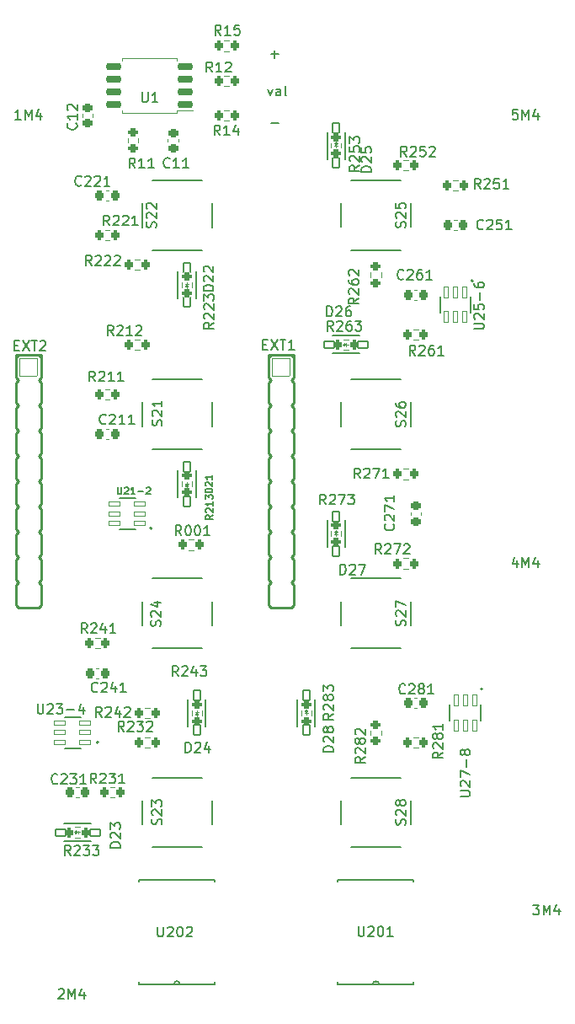
<source format=gto>
G04 #@! TF.GenerationSoftware,KiCad,Pcbnew,(6.0.2)*
G04 #@! TF.CreationDate,2022-04-01T14:21:22+02:00*
G04 #@! TF.ProjectId,cartteFille,63617274-7465-4466-996c-6c652e6b6963,rev?*
G04 #@! TF.SameCoordinates,Original*
G04 #@! TF.FileFunction,Legend,Top*
G04 #@! TF.FilePolarity,Positive*
%FSLAX46Y46*%
G04 Gerber Fmt 4.6, Leading zero omitted, Abs format (unit mm)*
G04 Created by KiCad (PCBNEW (6.0.2)) date 2022-04-01 14:21:22*
%MOMM*%
%LPD*%
G01*
G04 APERTURE LIST*
G04 Aperture macros list*
%AMRoundRect*
0 Rectangle with rounded corners*
0 $1 Rounding radius*
0 $2 $3 $4 $5 $6 $7 $8 $9 X,Y pos of 4 corners*
0 Add a 4 corners polygon primitive as box body*
4,1,4,$2,$3,$4,$5,$6,$7,$8,$9,$2,$3,0*
0 Add four circle primitives for the rounded corners*
1,1,$1+$1,$2,$3*
1,1,$1+$1,$4,$5*
1,1,$1+$1,$6,$7*
1,1,$1+$1,$8,$9*
0 Add four rect primitives between the rounded corners*
20,1,$1+$1,$2,$3,$4,$5,0*
20,1,$1+$1,$4,$5,$6,$7,0*
20,1,$1+$1,$6,$7,$8,$9,0*
20,1,$1+$1,$8,$9,$2,$3,0*%
G04 Aperture macros list end*
%ADD10C,0.150000*%
%ADD11C,0.152400*%
%ADD12C,0.120000*%
%ADD13C,0.127000*%
%ADD14C,0.100000*%
%ADD15C,0.254000*%
%ADD16C,0.200000*%
%ADD17R,1.803400X0.533400*%
%ADD18RoundRect,0.200000X0.275000X-0.200000X0.275000X0.200000X-0.275000X0.200000X-0.275000X-0.200000X0*%
%ADD19RoundRect,0.200000X-0.200000X-0.275000X0.200000X-0.275000X0.200000X0.275000X-0.200000X0.275000X0*%
%ADD20C,4.300000*%
%ADD21R,1.300000X2.000000*%
%ADD22RoundRect,0.064000X0.336000X-0.496000X0.336000X0.496000X-0.336000X0.496000X-0.336000X-0.496000X0*%
%ADD23RoundRect,0.050800X-0.889000X0.889000X-0.889000X-0.889000X0.889000X-0.889000X0.889000X0.889000X0*%
%ADD24C,1.879600*%
%ADD25RoundRect,0.200000X0.200000X0.275000X-0.200000X0.275000X-0.200000X-0.275000X0.200000X-0.275000X0*%
%ADD26RoundRect,0.225000X0.225000X0.250000X-0.225000X0.250000X-0.225000X-0.250000X0.225000X-0.250000X0*%
%ADD27RoundRect,0.225000X-0.225000X-0.250000X0.225000X-0.250000X0.225000X0.250000X-0.225000X0.250000X0*%
%ADD28RoundRect,0.200000X-0.275000X0.200000X-0.275000X-0.200000X0.275000X-0.200000X0.275000X0.200000X0*%
%ADD29RoundRect,0.040600X0.564400X0.249400X-0.564400X0.249400X-0.564400X-0.249400X0.564400X-0.249400X0*%
%ADD30RoundRect,0.040600X-0.249400X0.564400X-0.249400X-0.564400X0.249400X-0.564400X0.249400X0.564400X0*%
%ADD31RoundRect,0.064000X-0.336000X0.496000X-0.336000X-0.496000X0.336000X-0.496000X0.336000X0.496000X0*%
%ADD32RoundRect,0.225000X-0.250000X0.225000X-0.250000X-0.225000X0.250000X-0.225000X0.250000X0.225000X0*%
%ADD33RoundRect,0.064000X0.496000X0.336000X-0.496000X0.336000X-0.496000X-0.336000X0.496000X-0.336000X0*%
%ADD34RoundRect,0.150000X0.650000X0.150000X-0.650000X0.150000X-0.650000X-0.150000X0.650000X-0.150000X0*%
%ADD35RoundRect,0.225000X0.250000X-0.225000X0.250000X0.225000X-0.250000X0.225000X-0.250000X-0.225000X0*%
G04 APERTURE END LIST*
D10*
X29489447Y-10739428D02*
X30251352Y-10739428D01*
X29121219Y-7329514D02*
X29359314Y-7996180D01*
X29597409Y-7329514D01*
X30406933Y-7996180D02*
X30406933Y-7472371D01*
X30359314Y-7377133D01*
X30264076Y-7329514D01*
X30073600Y-7329514D01*
X29978361Y-7377133D01*
X30406933Y-7948561D02*
X30311695Y-7996180D01*
X30073600Y-7996180D01*
X29978361Y-7948561D01*
X29930742Y-7853323D01*
X29930742Y-7758085D01*
X29978361Y-7662847D01*
X30073600Y-7615228D01*
X30311695Y-7615228D01*
X30406933Y-7567609D01*
X31025980Y-7996180D02*
X30930742Y-7948561D01*
X30883123Y-7853323D01*
X30883123Y-6996180D01*
X29438647Y-3830628D02*
X30200552Y-3830628D01*
X29819600Y-4211580D02*
X29819600Y-3449676D01*
X18055714Y-91482380D02*
X18055714Y-92291904D01*
X18103333Y-92387142D01*
X18150952Y-92434761D01*
X18246190Y-92482380D01*
X18436666Y-92482380D01*
X18531904Y-92434761D01*
X18579523Y-92387142D01*
X18627142Y-92291904D01*
X18627142Y-91482380D01*
X19055714Y-91577619D02*
X19103333Y-91530000D01*
X19198571Y-91482380D01*
X19436666Y-91482380D01*
X19531904Y-91530000D01*
X19579523Y-91577619D01*
X19627142Y-91672857D01*
X19627142Y-91768095D01*
X19579523Y-91910952D01*
X19008095Y-92482380D01*
X19627142Y-92482380D01*
X20246190Y-91482380D02*
X20341428Y-91482380D01*
X20436666Y-91530000D01*
X20484285Y-91577619D01*
X20531904Y-91672857D01*
X20579523Y-91863333D01*
X20579523Y-92101428D01*
X20531904Y-92291904D01*
X20484285Y-92387142D01*
X20436666Y-92434761D01*
X20341428Y-92482380D01*
X20246190Y-92482380D01*
X20150952Y-92434761D01*
X20103333Y-92387142D01*
X20055714Y-92291904D01*
X20008095Y-92101428D01*
X20008095Y-91863333D01*
X20055714Y-91672857D01*
X20103333Y-91577619D01*
X20150952Y-91530000D01*
X20246190Y-91482380D01*
X20960476Y-91577619D02*
X21008095Y-91530000D01*
X21103333Y-91482380D01*
X21341428Y-91482380D01*
X21436666Y-91530000D01*
X21484285Y-91577619D01*
X21531904Y-91672857D01*
X21531904Y-91768095D01*
X21484285Y-91910952D01*
X20912857Y-92482380D01*
X21531904Y-92482380D01*
X38922380Y-74449047D02*
X38446190Y-74782380D01*
X38922380Y-75020476D02*
X37922380Y-75020476D01*
X37922380Y-74639523D01*
X37970000Y-74544285D01*
X38017619Y-74496666D01*
X38112857Y-74449047D01*
X38255714Y-74449047D01*
X38350952Y-74496666D01*
X38398571Y-74544285D01*
X38446190Y-74639523D01*
X38446190Y-75020476D01*
X38017619Y-74068095D02*
X37970000Y-74020476D01*
X37922380Y-73925238D01*
X37922380Y-73687142D01*
X37970000Y-73591904D01*
X38017619Y-73544285D01*
X38112857Y-73496666D01*
X38208095Y-73496666D01*
X38350952Y-73544285D01*
X38922380Y-74115714D01*
X38922380Y-73496666D01*
X38350952Y-72925238D02*
X38303333Y-73020476D01*
X38255714Y-73068095D01*
X38160476Y-73115714D01*
X38112857Y-73115714D01*
X38017619Y-73068095D01*
X37970000Y-73020476D01*
X37922380Y-72925238D01*
X37922380Y-72734761D01*
X37970000Y-72639523D01*
X38017619Y-72591904D01*
X38112857Y-72544285D01*
X38160476Y-72544285D01*
X38255714Y-72591904D01*
X38303333Y-72639523D01*
X38350952Y-72734761D01*
X38350952Y-72925238D01*
X38398571Y-73020476D01*
X38446190Y-73068095D01*
X38541428Y-73115714D01*
X38731904Y-73115714D01*
X38827142Y-73068095D01*
X38874761Y-73020476D01*
X38922380Y-72925238D01*
X38922380Y-72734761D01*
X38874761Y-72639523D01*
X38827142Y-72591904D01*
X38731904Y-72544285D01*
X38541428Y-72544285D01*
X38446190Y-72591904D01*
X38398571Y-72639523D01*
X38350952Y-72734761D01*
X38017619Y-72163333D02*
X37970000Y-72115714D01*
X37922380Y-72020476D01*
X37922380Y-71782380D01*
X37970000Y-71687142D01*
X38017619Y-71639523D01*
X38112857Y-71591904D01*
X38208095Y-71591904D01*
X38350952Y-71639523D01*
X38922380Y-72210952D01*
X38922380Y-71591904D01*
X11880952Y-77082380D02*
X11547619Y-76606190D01*
X11309523Y-77082380D02*
X11309523Y-76082380D01*
X11690476Y-76082380D01*
X11785714Y-76130000D01*
X11833333Y-76177619D01*
X11880952Y-76272857D01*
X11880952Y-76415714D01*
X11833333Y-76510952D01*
X11785714Y-76558571D01*
X11690476Y-76606190D01*
X11309523Y-76606190D01*
X12261904Y-76177619D02*
X12309523Y-76130000D01*
X12404761Y-76082380D01*
X12642857Y-76082380D01*
X12738095Y-76130000D01*
X12785714Y-76177619D01*
X12833333Y-76272857D01*
X12833333Y-76368095D01*
X12785714Y-76510952D01*
X12214285Y-77082380D01*
X12833333Y-77082380D01*
X13166666Y-76082380D02*
X13785714Y-76082380D01*
X13452380Y-76463333D01*
X13595238Y-76463333D01*
X13690476Y-76510952D01*
X13738095Y-76558571D01*
X13785714Y-76653809D01*
X13785714Y-76891904D01*
X13738095Y-76987142D01*
X13690476Y-77034761D01*
X13595238Y-77082380D01*
X13309523Y-77082380D01*
X13214285Y-77034761D01*
X13166666Y-76987142D01*
X14738095Y-77082380D02*
X14166666Y-77082380D01*
X14452380Y-77082380D02*
X14452380Y-76082380D01*
X14357142Y-76225238D01*
X14261904Y-76320476D01*
X14166666Y-76368095D01*
X8096666Y-97827619D02*
X8144285Y-97780000D01*
X8239523Y-97732380D01*
X8477619Y-97732380D01*
X8572857Y-97780000D01*
X8620476Y-97827619D01*
X8668095Y-97922857D01*
X8668095Y-98018095D01*
X8620476Y-98160952D01*
X8049047Y-98732380D01*
X8668095Y-98732380D01*
X9096666Y-98732380D02*
X9096666Y-97732380D01*
X9430000Y-98446666D01*
X9763333Y-97732380D01*
X9763333Y-98732380D01*
X10668095Y-98065714D02*
X10668095Y-98732380D01*
X10430000Y-97684761D02*
X10191904Y-98399047D01*
X10810952Y-98399047D01*
X17864761Y-21248095D02*
X17912380Y-21105238D01*
X17912380Y-20867142D01*
X17864761Y-20771904D01*
X17817142Y-20724285D01*
X17721904Y-20676666D01*
X17626666Y-20676666D01*
X17531428Y-20724285D01*
X17483809Y-20771904D01*
X17436190Y-20867142D01*
X17388571Y-21057619D01*
X17340952Y-21152857D01*
X17293333Y-21200476D01*
X17198095Y-21248095D01*
X17102857Y-21248095D01*
X17007619Y-21200476D01*
X16960000Y-21152857D01*
X16912380Y-21057619D01*
X16912380Y-20819523D01*
X16960000Y-20676666D01*
X17007619Y-20295714D02*
X16960000Y-20248095D01*
X16912380Y-20152857D01*
X16912380Y-19914761D01*
X16960000Y-19819523D01*
X17007619Y-19771904D01*
X17102857Y-19724285D01*
X17198095Y-19724285D01*
X17340952Y-19771904D01*
X17912380Y-20343333D01*
X17912380Y-19724285D01*
X17007619Y-19343333D02*
X16960000Y-19295714D01*
X16912380Y-19200476D01*
X16912380Y-18962380D01*
X16960000Y-18867142D01*
X17007619Y-18819523D01*
X17102857Y-18771904D01*
X17198095Y-18771904D01*
X17340952Y-18819523D01*
X17912380Y-19390952D01*
X17912380Y-18771904D01*
X35732980Y-70080047D02*
X35256790Y-70413380D01*
X35732980Y-70651476D02*
X34732980Y-70651476D01*
X34732980Y-70270523D01*
X34780600Y-70175285D01*
X34828219Y-70127666D01*
X34923457Y-70080047D01*
X35066314Y-70080047D01*
X35161552Y-70127666D01*
X35209171Y-70175285D01*
X35256790Y-70270523D01*
X35256790Y-70651476D01*
X34828219Y-69699095D02*
X34780600Y-69651476D01*
X34732980Y-69556238D01*
X34732980Y-69318142D01*
X34780600Y-69222904D01*
X34828219Y-69175285D01*
X34923457Y-69127666D01*
X35018695Y-69127666D01*
X35161552Y-69175285D01*
X35732980Y-69746714D01*
X35732980Y-69127666D01*
X35161552Y-68556238D02*
X35113933Y-68651476D01*
X35066314Y-68699095D01*
X34971076Y-68746714D01*
X34923457Y-68746714D01*
X34828219Y-68699095D01*
X34780600Y-68651476D01*
X34732980Y-68556238D01*
X34732980Y-68365761D01*
X34780600Y-68270523D01*
X34828219Y-68222904D01*
X34923457Y-68175285D01*
X34971076Y-68175285D01*
X35066314Y-68222904D01*
X35113933Y-68270523D01*
X35161552Y-68365761D01*
X35161552Y-68556238D01*
X35209171Y-68651476D01*
X35256790Y-68699095D01*
X35352028Y-68746714D01*
X35542504Y-68746714D01*
X35637742Y-68699095D01*
X35685361Y-68651476D01*
X35732980Y-68556238D01*
X35732980Y-68365761D01*
X35685361Y-68270523D01*
X35637742Y-68222904D01*
X35542504Y-68175285D01*
X35352028Y-68175285D01*
X35256790Y-68222904D01*
X35209171Y-68270523D01*
X35161552Y-68365761D01*
X34732980Y-67841952D02*
X34732980Y-67222904D01*
X35113933Y-67556238D01*
X35113933Y-67413380D01*
X35161552Y-67318142D01*
X35209171Y-67270523D01*
X35304409Y-67222904D01*
X35542504Y-67222904D01*
X35637742Y-67270523D01*
X35685361Y-67318142D01*
X35732980Y-67413380D01*
X35732980Y-67699095D01*
X35685361Y-67794333D01*
X35637742Y-67841952D01*
X42944761Y-81238095D02*
X42992380Y-81095238D01*
X42992380Y-80857142D01*
X42944761Y-80761904D01*
X42897142Y-80714285D01*
X42801904Y-80666666D01*
X42706666Y-80666666D01*
X42611428Y-80714285D01*
X42563809Y-80761904D01*
X42516190Y-80857142D01*
X42468571Y-81047619D01*
X42420952Y-81142857D01*
X42373333Y-81190476D01*
X42278095Y-81238095D01*
X42182857Y-81238095D01*
X42087619Y-81190476D01*
X42040000Y-81142857D01*
X41992380Y-81047619D01*
X41992380Y-80809523D01*
X42040000Y-80666666D01*
X42087619Y-80285714D02*
X42040000Y-80238095D01*
X41992380Y-80142857D01*
X41992380Y-79904761D01*
X42040000Y-79809523D01*
X42087619Y-79761904D01*
X42182857Y-79714285D01*
X42278095Y-79714285D01*
X42420952Y-79761904D01*
X42992380Y-80333333D01*
X42992380Y-79714285D01*
X42420952Y-79142857D02*
X42373333Y-79238095D01*
X42325714Y-79285714D01*
X42230476Y-79333333D01*
X42182857Y-79333333D01*
X42087619Y-79285714D01*
X42040000Y-79238095D01*
X41992380Y-79142857D01*
X41992380Y-78952380D01*
X42040000Y-78857142D01*
X42087619Y-78809523D01*
X42182857Y-78761904D01*
X42230476Y-78761904D01*
X42325714Y-78809523D01*
X42373333Y-78857142D01*
X42420952Y-78952380D01*
X42420952Y-79142857D01*
X42468571Y-79238095D01*
X42516190Y-79285714D01*
X42611428Y-79333333D01*
X42801904Y-79333333D01*
X42897142Y-79285714D01*
X42944761Y-79238095D01*
X42992380Y-79142857D01*
X42992380Y-78952380D01*
X42944761Y-78857142D01*
X42897142Y-78809523D01*
X42801904Y-78761904D01*
X42611428Y-78761904D01*
X42516190Y-78809523D01*
X42468571Y-78857142D01*
X42420952Y-78952380D01*
X12440952Y-70402380D02*
X12107619Y-69926190D01*
X11869523Y-70402380D02*
X11869523Y-69402380D01*
X12250476Y-69402380D01*
X12345714Y-69450000D01*
X12393333Y-69497619D01*
X12440952Y-69592857D01*
X12440952Y-69735714D01*
X12393333Y-69830952D01*
X12345714Y-69878571D01*
X12250476Y-69926190D01*
X11869523Y-69926190D01*
X12821904Y-69497619D02*
X12869523Y-69450000D01*
X12964761Y-69402380D01*
X13202857Y-69402380D01*
X13298095Y-69450000D01*
X13345714Y-69497619D01*
X13393333Y-69592857D01*
X13393333Y-69688095D01*
X13345714Y-69830952D01*
X12774285Y-70402380D01*
X13393333Y-70402380D01*
X14250476Y-69735714D02*
X14250476Y-70402380D01*
X14012380Y-69354761D02*
X13774285Y-70069047D01*
X14393333Y-70069047D01*
X14726666Y-69497619D02*
X14774285Y-69450000D01*
X14869523Y-69402380D01*
X15107619Y-69402380D01*
X15202857Y-69450000D01*
X15250476Y-69497619D01*
X15298095Y-69592857D01*
X15298095Y-69688095D01*
X15250476Y-69830952D01*
X14679047Y-70402380D01*
X15298095Y-70402380D01*
X39542380Y-15634285D02*
X38542380Y-15634285D01*
X38542380Y-15396190D01*
X38590000Y-15253333D01*
X38685238Y-15158095D01*
X38780476Y-15110476D01*
X38970952Y-15062857D01*
X39113809Y-15062857D01*
X39304285Y-15110476D01*
X39399523Y-15158095D01*
X39494761Y-15253333D01*
X39542380Y-15396190D01*
X39542380Y-15634285D01*
X38637619Y-14681904D02*
X38590000Y-14634285D01*
X38542380Y-14539047D01*
X38542380Y-14300952D01*
X38590000Y-14205714D01*
X38637619Y-14158095D01*
X38732857Y-14110476D01*
X38828095Y-14110476D01*
X38970952Y-14158095D01*
X39542380Y-14729523D01*
X39542380Y-14110476D01*
X38542380Y-13205714D02*
X38542380Y-13681904D01*
X39018571Y-13729523D01*
X38970952Y-13681904D01*
X38923333Y-13586666D01*
X38923333Y-13348571D01*
X38970952Y-13253333D01*
X39018571Y-13205714D01*
X39113809Y-13158095D01*
X39351904Y-13158095D01*
X39447142Y-13205714D01*
X39494761Y-13253333D01*
X39542380Y-13348571D01*
X39542380Y-13586666D01*
X39494761Y-13681904D01*
X39447142Y-13729523D01*
X28652380Y-32978571D02*
X28985714Y-32978571D01*
X29128571Y-33502380D02*
X28652380Y-33502380D01*
X28652380Y-32502380D01*
X29128571Y-32502380D01*
X29461904Y-32502380D02*
X30128571Y-33502380D01*
X30128571Y-32502380D02*
X29461904Y-33502380D01*
X30366666Y-32502380D02*
X30938095Y-32502380D01*
X30652380Y-33502380D02*
X30652380Y-32502380D01*
X31795238Y-33502380D02*
X31223809Y-33502380D01*
X31509523Y-33502380D02*
X31509523Y-32502380D01*
X31414285Y-32645238D01*
X31319047Y-32740476D01*
X31223809Y-32788095D01*
X20445552Y-52166780D02*
X20112219Y-51690590D01*
X19874123Y-52166780D02*
X19874123Y-51166780D01*
X20255076Y-51166780D01*
X20350314Y-51214400D01*
X20397933Y-51262019D01*
X20445552Y-51357257D01*
X20445552Y-51500114D01*
X20397933Y-51595352D01*
X20350314Y-51642971D01*
X20255076Y-51690590D01*
X19874123Y-51690590D01*
X21064600Y-51166780D02*
X21159838Y-51166780D01*
X21255076Y-51214400D01*
X21302695Y-51262019D01*
X21350314Y-51357257D01*
X21397933Y-51547733D01*
X21397933Y-51785828D01*
X21350314Y-51976304D01*
X21302695Y-52071542D01*
X21255076Y-52119161D01*
X21159838Y-52166780D01*
X21064600Y-52166780D01*
X20969361Y-52119161D01*
X20921742Y-52071542D01*
X20874123Y-51976304D01*
X20826504Y-51785828D01*
X20826504Y-51547733D01*
X20874123Y-51357257D01*
X20921742Y-51262019D01*
X20969361Y-51214400D01*
X21064600Y-51166780D01*
X22016980Y-51166780D02*
X22112219Y-51166780D01*
X22207457Y-51214400D01*
X22255076Y-51262019D01*
X22302695Y-51357257D01*
X22350314Y-51547733D01*
X22350314Y-51785828D01*
X22302695Y-51976304D01*
X22255076Y-52071542D01*
X22207457Y-52119161D01*
X22112219Y-52166780D01*
X22016980Y-52166780D01*
X21921742Y-52119161D01*
X21874123Y-52071542D01*
X21826504Y-51976304D01*
X21778885Y-51785828D01*
X21778885Y-51547733D01*
X21826504Y-51357257D01*
X21874123Y-51262019D01*
X21921742Y-51214400D01*
X22016980Y-51166780D01*
X23302695Y-52166780D02*
X22731266Y-52166780D01*
X23016980Y-52166780D02*
X23016980Y-51166780D01*
X22921742Y-51309638D01*
X22826504Y-51404876D01*
X22731266Y-51452495D01*
X43965952Y-34081980D02*
X43632619Y-33605790D01*
X43394523Y-34081980D02*
X43394523Y-33081980D01*
X43775476Y-33081980D01*
X43870714Y-33129600D01*
X43918333Y-33177219D01*
X43965952Y-33272457D01*
X43965952Y-33415314D01*
X43918333Y-33510552D01*
X43870714Y-33558171D01*
X43775476Y-33605790D01*
X43394523Y-33605790D01*
X44346904Y-33177219D02*
X44394523Y-33129600D01*
X44489761Y-33081980D01*
X44727857Y-33081980D01*
X44823095Y-33129600D01*
X44870714Y-33177219D01*
X44918333Y-33272457D01*
X44918333Y-33367695D01*
X44870714Y-33510552D01*
X44299285Y-34081980D01*
X44918333Y-34081980D01*
X45775476Y-33081980D02*
X45585000Y-33081980D01*
X45489761Y-33129600D01*
X45442142Y-33177219D01*
X45346904Y-33320076D01*
X45299285Y-33510552D01*
X45299285Y-33891504D01*
X45346904Y-33986742D01*
X45394523Y-34034361D01*
X45489761Y-34081980D01*
X45680238Y-34081980D01*
X45775476Y-34034361D01*
X45823095Y-33986742D01*
X45870714Y-33891504D01*
X45870714Y-33653409D01*
X45823095Y-33558171D01*
X45775476Y-33510552D01*
X45680238Y-33462933D01*
X45489761Y-33462933D01*
X45394523Y-33510552D01*
X45346904Y-33558171D01*
X45299285Y-33653409D01*
X46823095Y-34081980D02*
X46251666Y-34081980D01*
X46537380Y-34081980D02*
X46537380Y-33081980D01*
X46442142Y-33224838D01*
X46346904Y-33320076D01*
X46251666Y-33367695D01*
X42780952Y-26377142D02*
X42733333Y-26424761D01*
X42590476Y-26472380D01*
X42495238Y-26472380D01*
X42352380Y-26424761D01*
X42257142Y-26329523D01*
X42209523Y-26234285D01*
X42161904Y-26043809D01*
X42161904Y-25900952D01*
X42209523Y-25710476D01*
X42257142Y-25615238D01*
X42352380Y-25520000D01*
X42495238Y-25472380D01*
X42590476Y-25472380D01*
X42733333Y-25520000D01*
X42780952Y-25567619D01*
X43161904Y-25567619D02*
X43209523Y-25520000D01*
X43304761Y-25472380D01*
X43542857Y-25472380D01*
X43638095Y-25520000D01*
X43685714Y-25567619D01*
X43733333Y-25662857D01*
X43733333Y-25758095D01*
X43685714Y-25900952D01*
X43114285Y-26472380D01*
X43733333Y-26472380D01*
X44590476Y-25472380D02*
X44400000Y-25472380D01*
X44304761Y-25520000D01*
X44257142Y-25567619D01*
X44161904Y-25710476D01*
X44114285Y-25900952D01*
X44114285Y-26281904D01*
X44161904Y-26377142D01*
X44209523Y-26424761D01*
X44304761Y-26472380D01*
X44495238Y-26472380D01*
X44590476Y-26424761D01*
X44638095Y-26377142D01*
X44685714Y-26281904D01*
X44685714Y-26043809D01*
X44638095Y-25948571D01*
X44590476Y-25900952D01*
X44495238Y-25853333D01*
X44304761Y-25853333D01*
X44209523Y-25900952D01*
X44161904Y-25948571D01*
X44114285Y-26043809D01*
X45638095Y-26472380D02*
X45066666Y-26472380D01*
X45352380Y-26472380D02*
X45352380Y-25472380D01*
X45257142Y-25615238D01*
X45161904Y-25710476D01*
X45066666Y-25758095D01*
X50798552Y-21362942D02*
X50750933Y-21410561D01*
X50608076Y-21458180D01*
X50512838Y-21458180D01*
X50369980Y-21410561D01*
X50274742Y-21315323D01*
X50227123Y-21220085D01*
X50179504Y-21029609D01*
X50179504Y-20886752D01*
X50227123Y-20696276D01*
X50274742Y-20601038D01*
X50369980Y-20505800D01*
X50512838Y-20458180D01*
X50608076Y-20458180D01*
X50750933Y-20505800D01*
X50798552Y-20553419D01*
X51179504Y-20553419D02*
X51227123Y-20505800D01*
X51322361Y-20458180D01*
X51560457Y-20458180D01*
X51655695Y-20505800D01*
X51703314Y-20553419D01*
X51750933Y-20648657D01*
X51750933Y-20743895D01*
X51703314Y-20886752D01*
X51131885Y-21458180D01*
X51750933Y-21458180D01*
X52655695Y-20458180D02*
X52179504Y-20458180D01*
X52131885Y-20934371D01*
X52179504Y-20886752D01*
X52274742Y-20839133D01*
X52512838Y-20839133D01*
X52608076Y-20886752D01*
X52655695Y-20934371D01*
X52703314Y-21029609D01*
X52703314Y-21267704D01*
X52655695Y-21362942D01*
X52608076Y-21410561D01*
X52512838Y-21458180D01*
X52274742Y-21458180D01*
X52179504Y-21410561D01*
X52131885Y-21362942D01*
X53655695Y-21458180D02*
X53084266Y-21458180D01*
X53369980Y-21458180D02*
X53369980Y-20458180D01*
X53274742Y-20601038D01*
X53179504Y-20696276D01*
X53084266Y-20743895D01*
X12850952Y-40907142D02*
X12803333Y-40954761D01*
X12660476Y-41002380D01*
X12565238Y-41002380D01*
X12422380Y-40954761D01*
X12327142Y-40859523D01*
X12279523Y-40764285D01*
X12231904Y-40573809D01*
X12231904Y-40430952D01*
X12279523Y-40240476D01*
X12327142Y-40145238D01*
X12422380Y-40050000D01*
X12565238Y-40002380D01*
X12660476Y-40002380D01*
X12803333Y-40050000D01*
X12850952Y-40097619D01*
X13231904Y-40097619D02*
X13279523Y-40050000D01*
X13374761Y-40002380D01*
X13612857Y-40002380D01*
X13708095Y-40050000D01*
X13755714Y-40097619D01*
X13803333Y-40192857D01*
X13803333Y-40288095D01*
X13755714Y-40430952D01*
X13184285Y-41002380D01*
X13803333Y-41002380D01*
X14755714Y-41002380D02*
X14184285Y-41002380D01*
X14470000Y-41002380D02*
X14470000Y-40002380D01*
X14374761Y-40145238D01*
X14279523Y-40240476D01*
X14184285Y-40288095D01*
X15708095Y-41002380D02*
X15136666Y-41002380D01*
X15422380Y-41002380D02*
X15422380Y-40002380D01*
X15327142Y-40145238D01*
X15231904Y-40240476D01*
X15136666Y-40288095D01*
X23596666Y-50113333D02*
X23263333Y-50346666D01*
X23596666Y-50513333D02*
X22896666Y-50513333D01*
X22896666Y-50246666D01*
X22930000Y-50180000D01*
X22963333Y-50146666D01*
X23030000Y-50113333D01*
X23130000Y-50113333D01*
X23196666Y-50146666D01*
X23230000Y-50180000D01*
X23263333Y-50246666D01*
X23263333Y-50513333D01*
X22963333Y-49846666D02*
X22930000Y-49813333D01*
X22896666Y-49746666D01*
X22896666Y-49580000D01*
X22930000Y-49513333D01*
X22963333Y-49480000D01*
X23030000Y-49446666D01*
X23096666Y-49446666D01*
X23196666Y-49480000D01*
X23596666Y-49880000D01*
X23596666Y-49446666D01*
X23596666Y-48780000D02*
X23596666Y-49180000D01*
X23596666Y-48980000D02*
X22896666Y-48980000D01*
X22996666Y-49046666D01*
X23063333Y-49113333D01*
X23096666Y-49180000D01*
X22896666Y-48546666D02*
X22896666Y-48113333D01*
X23163333Y-48346666D01*
X23163333Y-48246666D01*
X23196666Y-48180000D01*
X23230000Y-48146666D01*
X23296666Y-48113333D01*
X23463333Y-48113333D01*
X23530000Y-48146666D01*
X23563333Y-48180000D01*
X23596666Y-48246666D01*
X23596666Y-48446666D01*
X23563333Y-48513333D01*
X23530000Y-48546666D01*
X38362380Y-14979047D02*
X37886190Y-15312380D01*
X38362380Y-15550476D02*
X37362380Y-15550476D01*
X37362380Y-15169523D01*
X37410000Y-15074285D01*
X37457619Y-15026666D01*
X37552857Y-14979047D01*
X37695714Y-14979047D01*
X37790952Y-15026666D01*
X37838571Y-15074285D01*
X37886190Y-15169523D01*
X37886190Y-15550476D01*
X37457619Y-14598095D02*
X37410000Y-14550476D01*
X37362380Y-14455238D01*
X37362380Y-14217142D01*
X37410000Y-14121904D01*
X37457619Y-14074285D01*
X37552857Y-14026666D01*
X37648095Y-14026666D01*
X37790952Y-14074285D01*
X38362380Y-14645714D01*
X38362380Y-14026666D01*
X37362380Y-13121904D02*
X37362380Y-13598095D01*
X37838571Y-13645714D01*
X37790952Y-13598095D01*
X37743333Y-13502857D01*
X37743333Y-13264761D01*
X37790952Y-13169523D01*
X37838571Y-13121904D01*
X37933809Y-13074285D01*
X38171904Y-13074285D01*
X38267142Y-13121904D01*
X38314761Y-13169523D01*
X38362380Y-13264761D01*
X38362380Y-13502857D01*
X38314761Y-13598095D01*
X38267142Y-13645714D01*
X37362380Y-12740952D02*
X37362380Y-12121904D01*
X37743333Y-12455238D01*
X37743333Y-12312380D01*
X37790952Y-12217142D01*
X37838571Y-12169523D01*
X37933809Y-12121904D01*
X38171904Y-12121904D01*
X38267142Y-12169523D01*
X38314761Y-12217142D01*
X38362380Y-12312380D01*
X38362380Y-12598095D01*
X38314761Y-12693333D01*
X38267142Y-12740952D01*
X20120952Y-66302380D02*
X19787619Y-65826190D01*
X19549523Y-66302380D02*
X19549523Y-65302380D01*
X19930476Y-65302380D01*
X20025714Y-65350000D01*
X20073333Y-65397619D01*
X20120952Y-65492857D01*
X20120952Y-65635714D01*
X20073333Y-65730952D01*
X20025714Y-65778571D01*
X19930476Y-65826190D01*
X19549523Y-65826190D01*
X20501904Y-65397619D02*
X20549523Y-65350000D01*
X20644761Y-65302380D01*
X20882857Y-65302380D01*
X20978095Y-65350000D01*
X21025714Y-65397619D01*
X21073333Y-65492857D01*
X21073333Y-65588095D01*
X21025714Y-65730952D01*
X20454285Y-66302380D01*
X21073333Y-66302380D01*
X21930476Y-65635714D02*
X21930476Y-66302380D01*
X21692380Y-65254761D02*
X21454285Y-65969047D01*
X22073333Y-65969047D01*
X22359047Y-65302380D02*
X22978095Y-65302380D01*
X22644761Y-65683333D01*
X22787619Y-65683333D01*
X22882857Y-65730952D01*
X22930476Y-65778571D01*
X22978095Y-65873809D01*
X22978095Y-66111904D01*
X22930476Y-66207142D01*
X22882857Y-66254761D01*
X22787619Y-66302380D01*
X22501904Y-66302380D01*
X22406666Y-66254761D01*
X22359047Y-66207142D01*
X5976666Y-69092380D02*
X5976666Y-69901904D01*
X6024285Y-69997142D01*
X6071904Y-70044761D01*
X6167142Y-70092380D01*
X6357619Y-70092380D01*
X6452857Y-70044761D01*
X6500476Y-69997142D01*
X6548095Y-69901904D01*
X6548095Y-69092380D01*
X6976666Y-69187619D02*
X7024285Y-69140000D01*
X7119523Y-69092380D01*
X7357619Y-69092380D01*
X7452857Y-69140000D01*
X7500476Y-69187619D01*
X7548095Y-69282857D01*
X7548095Y-69378095D01*
X7500476Y-69520952D01*
X6929047Y-70092380D01*
X7548095Y-70092380D01*
X7881428Y-69092380D02*
X8500476Y-69092380D01*
X8167142Y-69473333D01*
X8310000Y-69473333D01*
X8405238Y-69520952D01*
X8452857Y-69568571D01*
X8500476Y-69663809D01*
X8500476Y-69901904D01*
X8452857Y-69997142D01*
X8405238Y-70044761D01*
X8310000Y-70092380D01*
X8024285Y-70092380D01*
X7929047Y-70044761D01*
X7881428Y-69997142D01*
X8929047Y-69711428D02*
X9690952Y-69711428D01*
X10595714Y-69425714D02*
X10595714Y-70092380D01*
X10357619Y-69044761D02*
X10119523Y-69759047D01*
X10738571Y-69759047D01*
X55809047Y-89282380D02*
X56428095Y-89282380D01*
X56094761Y-89663333D01*
X56237619Y-89663333D01*
X56332857Y-89710952D01*
X56380476Y-89758571D01*
X56428095Y-89853809D01*
X56428095Y-90091904D01*
X56380476Y-90187142D01*
X56332857Y-90234761D01*
X56237619Y-90282380D01*
X55951904Y-90282380D01*
X55856666Y-90234761D01*
X55809047Y-90187142D01*
X56856666Y-90282380D02*
X56856666Y-89282380D01*
X57190000Y-89996666D01*
X57523333Y-89282380D01*
X57523333Y-90282380D01*
X58428095Y-89615714D02*
X58428095Y-90282380D01*
X58190000Y-89234761D02*
X57951904Y-89949047D01*
X58570952Y-89949047D01*
X23547142Y-5612380D02*
X23213809Y-5136190D01*
X22975714Y-5612380D02*
X22975714Y-4612380D01*
X23356666Y-4612380D01*
X23451904Y-4660000D01*
X23499523Y-4707619D01*
X23547142Y-4802857D01*
X23547142Y-4945714D01*
X23499523Y-5040952D01*
X23451904Y-5088571D01*
X23356666Y-5136190D01*
X22975714Y-5136190D01*
X24499523Y-5612380D02*
X23928095Y-5612380D01*
X24213809Y-5612380D02*
X24213809Y-4612380D01*
X24118571Y-4755238D01*
X24023333Y-4850476D01*
X23928095Y-4898095D01*
X24880476Y-4707619D02*
X24928095Y-4660000D01*
X25023333Y-4612380D01*
X25261428Y-4612380D01*
X25356666Y-4660000D01*
X25404285Y-4707619D01*
X25451904Y-4802857D01*
X25451904Y-4898095D01*
X25404285Y-5040952D01*
X24832857Y-5612380D01*
X25451904Y-5612380D01*
X49871380Y-31441733D02*
X50680904Y-31441733D01*
X50776142Y-31394114D01*
X50823761Y-31346495D01*
X50871380Y-31251257D01*
X50871380Y-31060780D01*
X50823761Y-30965542D01*
X50776142Y-30917923D01*
X50680904Y-30870304D01*
X49871380Y-30870304D01*
X49966619Y-30441733D02*
X49919000Y-30394114D01*
X49871380Y-30298876D01*
X49871380Y-30060780D01*
X49919000Y-29965542D01*
X49966619Y-29917923D01*
X50061857Y-29870304D01*
X50157095Y-29870304D01*
X50299952Y-29917923D01*
X50871380Y-30489352D01*
X50871380Y-29870304D01*
X49871380Y-28965542D02*
X49871380Y-29441733D01*
X50347571Y-29489352D01*
X50299952Y-29441733D01*
X50252333Y-29346495D01*
X50252333Y-29108400D01*
X50299952Y-29013161D01*
X50347571Y-28965542D01*
X50442809Y-28917923D01*
X50680904Y-28917923D01*
X50776142Y-28965542D01*
X50823761Y-29013161D01*
X50871380Y-29108400D01*
X50871380Y-29346495D01*
X50823761Y-29441733D01*
X50776142Y-29489352D01*
X50490428Y-28489352D02*
X50490428Y-27727447D01*
X49871380Y-26822685D02*
X49871380Y-27013161D01*
X49919000Y-27108400D01*
X49966619Y-27156019D01*
X50109476Y-27251257D01*
X50299952Y-27298876D01*
X50680904Y-27298876D01*
X50776142Y-27251257D01*
X50823761Y-27203638D01*
X50871380Y-27108400D01*
X50871380Y-26917923D01*
X50823761Y-26822685D01*
X50776142Y-26775066D01*
X50680904Y-26727447D01*
X50442809Y-26727447D01*
X50347571Y-26775066D01*
X50299952Y-26822685D01*
X50252333Y-26917923D01*
X50252333Y-27108400D01*
X50299952Y-27203638D01*
X50347571Y-27251257D01*
X50442809Y-27298876D01*
X3652380Y-33088571D02*
X3985714Y-33088571D01*
X4128571Y-33612380D02*
X3652380Y-33612380D01*
X3652380Y-32612380D01*
X4128571Y-32612380D01*
X4461904Y-32612380D02*
X5128571Y-33612380D01*
X5128571Y-32612380D02*
X4461904Y-33612380D01*
X5366666Y-32612380D02*
X5938095Y-32612380D01*
X5652380Y-33612380D02*
X5652380Y-32612380D01*
X6223809Y-32707619D02*
X6271428Y-32660000D01*
X6366666Y-32612380D01*
X6604761Y-32612380D01*
X6700000Y-32660000D01*
X6747619Y-32707619D01*
X6795238Y-32802857D01*
X6795238Y-32898095D01*
X6747619Y-33040952D01*
X6176190Y-33612380D01*
X6795238Y-33612380D01*
X20855714Y-73972380D02*
X20855714Y-72972380D01*
X21093809Y-72972380D01*
X21236666Y-73020000D01*
X21331904Y-73115238D01*
X21379523Y-73210476D01*
X21427142Y-73400952D01*
X21427142Y-73543809D01*
X21379523Y-73734285D01*
X21331904Y-73829523D01*
X21236666Y-73924761D01*
X21093809Y-73972380D01*
X20855714Y-73972380D01*
X21808095Y-73067619D02*
X21855714Y-73020000D01*
X21950952Y-72972380D01*
X22189047Y-72972380D01*
X22284285Y-73020000D01*
X22331904Y-73067619D01*
X22379523Y-73162857D01*
X22379523Y-73258095D01*
X22331904Y-73400952D01*
X21760476Y-73972380D01*
X22379523Y-73972380D01*
X23236666Y-73305714D02*
X23236666Y-73972380D01*
X22998571Y-72924761D02*
X22760476Y-73639047D01*
X23379523Y-73639047D01*
X54202857Y-54725714D02*
X54202857Y-55392380D01*
X53964761Y-54344761D02*
X53726666Y-55059047D01*
X54345714Y-55059047D01*
X54726666Y-55392380D02*
X54726666Y-54392380D01*
X55060000Y-55106666D01*
X55393333Y-54392380D01*
X55393333Y-55392380D01*
X56298095Y-54725714D02*
X56298095Y-55392380D01*
X56060000Y-54344761D02*
X55821904Y-55059047D01*
X56440952Y-55059047D01*
X18424761Y-81228095D02*
X18472380Y-81085238D01*
X18472380Y-80847142D01*
X18424761Y-80751904D01*
X18377142Y-80704285D01*
X18281904Y-80656666D01*
X18186666Y-80656666D01*
X18091428Y-80704285D01*
X18043809Y-80751904D01*
X17996190Y-80847142D01*
X17948571Y-81037619D01*
X17900952Y-81132857D01*
X17853333Y-81180476D01*
X17758095Y-81228095D01*
X17662857Y-81228095D01*
X17567619Y-81180476D01*
X17520000Y-81132857D01*
X17472380Y-81037619D01*
X17472380Y-80799523D01*
X17520000Y-80656666D01*
X17567619Y-80275714D02*
X17520000Y-80228095D01*
X17472380Y-80132857D01*
X17472380Y-79894761D01*
X17520000Y-79799523D01*
X17567619Y-79751904D01*
X17662857Y-79704285D01*
X17758095Y-79704285D01*
X17900952Y-79751904D01*
X18472380Y-80323333D01*
X18472380Y-79704285D01*
X17472380Y-79370952D02*
X17472380Y-78751904D01*
X17853333Y-79085238D01*
X17853333Y-78942380D01*
X17900952Y-78847142D01*
X17948571Y-78799523D01*
X18043809Y-78751904D01*
X18281904Y-78751904D01*
X18377142Y-78799523D01*
X18424761Y-78847142D01*
X18472380Y-78942380D01*
X18472380Y-79228095D01*
X18424761Y-79323333D01*
X18377142Y-79370952D01*
X54250476Y-9392380D02*
X53774285Y-9392380D01*
X53726666Y-9868571D01*
X53774285Y-9820952D01*
X53869523Y-9773333D01*
X54107619Y-9773333D01*
X54202857Y-9820952D01*
X54250476Y-9868571D01*
X54298095Y-9963809D01*
X54298095Y-10201904D01*
X54250476Y-10297142D01*
X54202857Y-10344761D01*
X54107619Y-10392380D01*
X53869523Y-10392380D01*
X53774285Y-10344761D01*
X53726666Y-10297142D01*
X54726666Y-10392380D02*
X54726666Y-9392380D01*
X55060000Y-10106666D01*
X55393333Y-9392380D01*
X55393333Y-10392380D01*
X56298095Y-9725714D02*
X56298095Y-10392380D01*
X56060000Y-9344761D02*
X55821904Y-10059047D01*
X56440952Y-10059047D01*
X40540952Y-54032380D02*
X40207619Y-53556190D01*
X39969523Y-54032380D02*
X39969523Y-53032380D01*
X40350476Y-53032380D01*
X40445714Y-53080000D01*
X40493333Y-53127619D01*
X40540952Y-53222857D01*
X40540952Y-53365714D01*
X40493333Y-53460952D01*
X40445714Y-53508571D01*
X40350476Y-53556190D01*
X39969523Y-53556190D01*
X40921904Y-53127619D02*
X40969523Y-53080000D01*
X41064761Y-53032380D01*
X41302857Y-53032380D01*
X41398095Y-53080000D01*
X41445714Y-53127619D01*
X41493333Y-53222857D01*
X41493333Y-53318095D01*
X41445714Y-53460952D01*
X40874285Y-54032380D01*
X41493333Y-54032380D01*
X41826666Y-53032380D02*
X42493333Y-53032380D01*
X42064761Y-54032380D01*
X42826666Y-53127619D02*
X42874285Y-53080000D01*
X42969523Y-53032380D01*
X43207619Y-53032380D01*
X43302857Y-53080000D01*
X43350476Y-53127619D01*
X43398095Y-53222857D01*
X43398095Y-53318095D01*
X43350476Y-53460952D01*
X42779047Y-54032380D01*
X43398095Y-54032380D01*
X9290952Y-84322380D02*
X8957619Y-83846190D01*
X8719523Y-84322380D02*
X8719523Y-83322380D01*
X9100476Y-83322380D01*
X9195714Y-83370000D01*
X9243333Y-83417619D01*
X9290952Y-83512857D01*
X9290952Y-83655714D01*
X9243333Y-83750952D01*
X9195714Y-83798571D01*
X9100476Y-83846190D01*
X8719523Y-83846190D01*
X9671904Y-83417619D02*
X9719523Y-83370000D01*
X9814761Y-83322380D01*
X10052857Y-83322380D01*
X10148095Y-83370000D01*
X10195714Y-83417619D01*
X10243333Y-83512857D01*
X10243333Y-83608095D01*
X10195714Y-83750952D01*
X9624285Y-84322380D01*
X10243333Y-84322380D01*
X10576666Y-83322380D02*
X11195714Y-83322380D01*
X10862380Y-83703333D01*
X11005238Y-83703333D01*
X11100476Y-83750952D01*
X11148095Y-83798571D01*
X11195714Y-83893809D01*
X11195714Y-84131904D01*
X11148095Y-84227142D01*
X11100476Y-84274761D01*
X11005238Y-84322380D01*
X10719523Y-84322380D01*
X10624285Y-84274761D01*
X10576666Y-84227142D01*
X11529047Y-83322380D02*
X12148095Y-83322380D01*
X11814761Y-83703333D01*
X11957619Y-83703333D01*
X12052857Y-83750952D01*
X12100476Y-83798571D01*
X12148095Y-83893809D01*
X12148095Y-84131904D01*
X12100476Y-84227142D01*
X12052857Y-84274761D01*
X11957619Y-84322380D01*
X11671904Y-84322380D01*
X11576666Y-84274761D01*
X11529047Y-84227142D01*
X10380952Y-16967142D02*
X10333333Y-17014761D01*
X10190476Y-17062380D01*
X10095238Y-17062380D01*
X9952380Y-17014761D01*
X9857142Y-16919523D01*
X9809523Y-16824285D01*
X9761904Y-16633809D01*
X9761904Y-16490952D01*
X9809523Y-16300476D01*
X9857142Y-16205238D01*
X9952380Y-16110000D01*
X10095238Y-16062380D01*
X10190476Y-16062380D01*
X10333333Y-16110000D01*
X10380952Y-16157619D01*
X10761904Y-16157619D02*
X10809523Y-16110000D01*
X10904761Y-16062380D01*
X11142857Y-16062380D01*
X11238095Y-16110000D01*
X11285714Y-16157619D01*
X11333333Y-16252857D01*
X11333333Y-16348095D01*
X11285714Y-16490952D01*
X10714285Y-17062380D01*
X11333333Y-17062380D01*
X11714285Y-16157619D02*
X11761904Y-16110000D01*
X11857142Y-16062380D01*
X12095238Y-16062380D01*
X12190476Y-16110000D01*
X12238095Y-16157619D01*
X12285714Y-16252857D01*
X12285714Y-16348095D01*
X12238095Y-16490952D01*
X11666666Y-17062380D01*
X12285714Y-17062380D01*
X13238095Y-17062380D02*
X12666666Y-17062380D01*
X12952380Y-17062380D02*
X12952380Y-16062380D01*
X12857142Y-16205238D01*
X12761904Y-16300476D01*
X12666666Y-16348095D01*
X38235714Y-91442380D02*
X38235714Y-92251904D01*
X38283333Y-92347142D01*
X38330952Y-92394761D01*
X38426190Y-92442380D01*
X38616666Y-92442380D01*
X38711904Y-92394761D01*
X38759523Y-92347142D01*
X38807142Y-92251904D01*
X38807142Y-91442380D01*
X39235714Y-91537619D02*
X39283333Y-91490000D01*
X39378571Y-91442380D01*
X39616666Y-91442380D01*
X39711904Y-91490000D01*
X39759523Y-91537619D01*
X39807142Y-91632857D01*
X39807142Y-91728095D01*
X39759523Y-91870952D01*
X39188095Y-92442380D01*
X39807142Y-92442380D01*
X40426190Y-91442380D02*
X40521428Y-91442380D01*
X40616666Y-91490000D01*
X40664285Y-91537619D01*
X40711904Y-91632857D01*
X40759523Y-91823333D01*
X40759523Y-92061428D01*
X40711904Y-92251904D01*
X40664285Y-92347142D01*
X40616666Y-92394761D01*
X40521428Y-92442380D01*
X40426190Y-92442380D01*
X40330952Y-92394761D01*
X40283333Y-92347142D01*
X40235714Y-92251904D01*
X40188095Y-92061428D01*
X40188095Y-91823333D01*
X40235714Y-91632857D01*
X40283333Y-91537619D01*
X40330952Y-91490000D01*
X40426190Y-91442380D01*
X41711904Y-92442380D02*
X41140476Y-92442380D01*
X41426190Y-92442380D02*
X41426190Y-91442380D01*
X41330952Y-91585238D01*
X41235714Y-91680476D01*
X41140476Y-91728095D01*
X35707580Y-73883685D02*
X34707580Y-73883685D01*
X34707580Y-73645590D01*
X34755200Y-73502733D01*
X34850438Y-73407495D01*
X34945676Y-73359876D01*
X35136152Y-73312257D01*
X35279009Y-73312257D01*
X35469485Y-73359876D01*
X35564723Y-73407495D01*
X35659961Y-73502733D01*
X35707580Y-73645590D01*
X35707580Y-73883685D01*
X34802819Y-72931304D02*
X34755200Y-72883685D01*
X34707580Y-72788447D01*
X34707580Y-72550352D01*
X34755200Y-72455114D01*
X34802819Y-72407495D01*
X34898057Y-72359876D01*
X34993295Y-72359876D01*
X35136152Y-72407495D01*
X35707580Y-72978923D01*
X35707580Y-72359876D01*
X35136152Y-71788447D02*
X35088533Y-71883685D01*
X35040914Y-71931304D01*
X34945676Y-71978923D01*
X34898057Y-71978923D01*
X34802819Y-71931304D01*
X34755200Y-71883685D01*
X34707580Y-71788447D01*
X34707580Y-71597971D01*
X34755200Y-71502733D01*
X34802819Y-71455114D01*
X34898057Y-71407495D01*
X34945676Y-71407495D01*
X35040914Y-71455114D01*
X35088533Y-71502733D01*
X35136152Y-71597971D01*
X35136152Y-71788447D01*
X35183771Y-71883685D01*
X35231390Y-71931304D01*
X35326628Y-71978923D01*
X35517104Y-71978923D01*
X35612342Y-71931304D01*
X35659961Y-71883685D01*
X35707580Y-71788447D01*
X35707580Y-71597971D01*
X35659961Y-71502733D01*
X35612342Y-71455114D01*
X35517104Y-71407495D01*
X35326628Y-71407495D01*
X35231390Y-71455114D01*
X35183771Y-71502733D01*
X35136152Y-71597971D01*
X23536666Y-47860000D02*
X22836666Y-47860000D01*
X22836666Y-47693333D01*
X22870000Y-47593333D01*
X22936666Y-47526666D01*
X23003333Y-47493333D01*
X23136666Y-47460000D01*
X23236666Y-47460000D01*
X23370000Y-47493333D01*
X23436666Y-47526666D01*
X23503333Y-47593333D01*
X23536666Y-47693333D01*
X23536666Y-47860000D01*
X22903333Y-47193333D02*
X22870000Y-47160000D01*
X22836666Y-47093333D01*
X22836666Y-46926666D01*
X22870000Y-46860000D01*
X22903333Y-46826666D01*
X22970000Y-46793333D01*
X23036666Y-46793333D01*
X23136666Y-46826666D01*
X23536666Y-47226666D01*
X23536666Y-46793333D01*
X23536666Y-46126666D02*
X23536666Y-46526666D01*
X23536666Y-46326666D02*
X22836666Y-46326666D01*
X22936666Y-46393333D01*
X23003333Y-46460000D01*
X23036666Y-46526666D01*
X23662380Y-27594285D02*
X22662380Y-27594285D01*
X22662380Y-27356190D01*
X22710000Y-27213333D01*
X22805238Y-27118095D01*
X22900476Y-27070476D01*
X23090952Y-27022857D01*
X23233809Y-27022857D01*
X23424285Y-27070476D01*
X23519523Y-27118095D01*
X23614761Y-27213333D01*
X23662380Y-27356190D01*
X23662380Y-27594285D01*
X22757619Y-26641904D02*
X22710000Y-26594285D01*
X22662380Y-26499047D01*
X22662380Y-26260952D01*
X22710000Y-26165714D01*
X22757619Y-26118095D01*
X22852857Y-26070476D01*
X22948095Y-26070476D01*
X23090952Y-26118095D01*
X23662380Y-26689523D01*
X23662380Y-26070476D01*
X22757619Y-25689523D02*
X22710000Y-25641904D01*
X22662380Y-25546666D01*
X22662380Y-25308571D01*
X22710000Y-25213333D01*
X22757619Y-25165714D01*
X22852857Y-25118095D01*
X22948095Y-25118095D01*
X23090952Y-25165714D01*
X23662380Y-25737142D01*
X23662380Y-25118095D01*
X41759142Y-51030047D02*
X41806761Y-51077666D01*
X41854380Y-51220523D01*
X41854380Y-51315761D01*
X41806761Y-51458619D01*
X41711523Y-51553857D01*
X41616285Y-51601476D01*
X41425809Y-51649095D01*
X41282952Y-51649095D01*
X41092476Y-51601476D01*
X40997238Y-51553857D01*
X40902000Y-51458619D01*
X40854380Y-51315761D01*
X40854380Y-51220523D01*
X40902000Y-51077666D01*
X40949619Y-51030047D01*
X40949619Y-50649095D02*
X40902000Y-50601476D01*
X40854380Y-50506238D01*
X40854380Y-50268142D01*
X40902000Y-50172904D01*
X40949619Y-50125285D01*
X41044857Y-50077666D01*
X41140095Y-50077666D01*
X41282952Y-50125285D01*
X41854380Y-50696714D01*
X41854380Y-50077666D01*
X40854380Y-49744333D02*
X40854380Y-49077666D01*
X41854380Y-49506238D01*
X41854380Y-48172904D02*
X41854380Y-48744333D01*
X41854380Y-48458619D02*
X40854380Y-48458619D01*
X40997238Y-48553857D01*
X41092476Y-48649095D01*
X41140095Y-48744333D01*
X35700952Y-31622380D02*
X35367619Y-31146190D01*
X35129523Y-31622380D02*
X35129523Y-30622380D01*
X35510476Y-30622380D01*
X35605714Y-30670000D01*
X35653333Y-30717619D01*
X35700952Y-30812857D01*
X35700952Y-30955714D01*
X35653333Y-31050952D01*
X35605714Y-31098571D01*
X35510476Y-31146190D01*
X35129523Y-31146190D01*
X36081904Y-30717619D02*
X36129523Y-30670000D01*
X36224761Y-30622380D01*
X36462857Y-30622380D01*
X36558095Y-30670000D01*
X36605714Y-30717619D01*
X36653333Y-30812857D01*
X36653333Y-30908095D01*
X36605714Y-31050952D01*
X36034285Y-31622380D01*
X36653333Y-31622380D01*
X37510476Y-30622380D02*
X37320000Y-30622380D01*
X37224761Y-30670000D01*
X37177142Y-30717619D01*
X37081904Y-30860476D01*
X37034285Y-31050952D01*
X37034285Y-31431904D01*
X37081904Y-31527142D01*
X37129523Y-31574761D01*
X37224761Y-31622380D01*
X37415238Y-31622380D01*
X37510476Y-31574761D01*
X37558095Y-31527142D01*
X37605714Y-31431904D01*
X37605714Y-31193809D01*
X37558095Y-31098571D01*
X37510476Y-31050952D01*
X37415238Y-31003333D01*
X37224761Y-31003333D01*
X37129523Y-31050952D01*
X37081904Y-31098571D01*
X37034285Y-31193809D01*
X37939047Y-30622380D02*
X38558095Y-30622380D01*
X38224761Y-31003333D01*
X38367619Y-31003333D01*
X38462857Y-31050952D01*
X38510476Y-31098571D01*
X38558095Y-31193809D01*
X38558095Y-31431904D01*
X38510476Y-31527142D01*
X38462857Y-31574761D01*
X38367619Y-31622380D01*
X38081904Y-31622380D01*
X37986666Y-31574761D01*
X37939047Y-31527142D01*
X24417142Y-1912380D02*
X24083809Y-1436190D01*
X23845714Y-1912380D02*
X23845714Y-912380D01*
X24226666Y-912380D01*
X24321904Y-960000D01*
X24369523Y-1007619D01*
X24417142Y-1102857D01*
X24417142Y-1245714D01*
X24369523Y-1340952D01*
X24321904Y-1388571D01*
X24226666Y-1436190D01*
X23845714Y-1436190D01*
X25369523Y-1912380D02*
X24798095Y-1912380D01*
X25083809Y-1912380D02*
X25083809Y-912380D01*
X24988571Y-1055238D01*
X24893333Y-1150476D01*
X24798095Y-1198095D01*
X26274285Y-912380D02*
X25798095Y-912380D01*
X25750476Y-1388571D01*
X25798095Y-1340952D01*
X25893333Y-1293333D01*
X26131428Y-1293333D01*
X26226666Y-1340952D01*
X26274285Y-1388571D01*
X26321904Y-1483809D01*
X26321904Y-1721904D01*
X26274285Y-1817142D01*
X26226666Y-1864761D01*
X26131428Y-1912380D01*
X25893333Y-1912380D01*
X25798095Y-1864761D01*
X25750476Y-1817142D01*
X42944761Y-21238095D02*
X42992380Y-21095238D01*
X42992380Y-20857142D01*
X42944761Y-20761904D01*
X42897142Y-20714285D01*
X42801904Y-20666666D01*
X42706666Y-20666666D01*
X42611428Y-20714285D01*
X42563809Y-20761904D01*
X42516190Y-20857142D01*
X42468571Y-21047619D01*
X42420952Y-21142857D01*
X42373333Y-21190476D01*
X42278095Y-21238095D01*
X42182857Y-21238095D01*
X42087619Y-21190476D01*
X42040000Y-21142857D01*
X41992380Y-21047619D01*
X41992380Y-20809523D01*
X42040000Y-20666666D01*
X42087619Y-20285714D02*
X42040000Y-20238095D01*
X41992380Y-20142857D01*
X41992380Y-19904761D01*
X42040000Y-19809523D01*
X42087619Y-19761904D01*
X42182857Y-19714285D01*
X42278095Y-19714285D01*
X42420952Y-19761904D01*
X42992380Y-20333333D01*
X42992380Y-19714285D01*
X41992380Y-18809523D02*
X41992380Y-19285714D01*
X42468571Y-19333333D01*
X42420952Y-19285714D01*
X42373333Y-19190476D01*
X42373333Y-18952380D01*
X42420952Y-18857142D01*
X42468571Y-18809523D01*
X42563809Y-18761904D01*
X42801904Y-18761904D01*
X42897142Y-18809523D01*
X42944761Y-18857142D01*
X42992380Y-18952380D01*
X42992380Y-19190476D01*
X42944761Y-19285714D01*
X42897142Y-19333333D01*
X42944761Y-61238095D02*
X42992380Y-61095238D01*
X42992380Y-60857142D01*
X42944761Y-60761904D01*
X42897142Y-60714285D01*
X42801904Y-60666666D01*
X42706666Y-60666666D01*
X42611428Y-60714285D01*
X42563809Y-60761904D01*
X42516190Y-60857142D01*
X42468571Y-61047619D01*
X42420952Y-61142857D01*
X42373333Y-61190476D01*
X42278095Y-61238095D01*
X42182857Y-61238095D01*
X42087619Y-61190476D01*
X42040000Y-61142857D01*
X41992380Y-61047619D01*
X41992380Y-60809523D01*
X42040000Y-60666666D01*
X42087619Y-60285714D02*
X42040000Y-60238095D01*
X41992380Y-60142857D01*
X41992380Y-59904761D01*
X42040000Y-59809523D01*
X42087619Y-59761904D01*
X42182857Y-59714285D01*
X42278095Y-59714285D01*
X42420952Y-59761904D01*
X42992380Y-60333333D01*
X42992380Y-59714285D01*
X41992380Y-59380952D02*
X41992380Y-58714285D01*
X42992380Y-59142857D01*
X13600952Y-32072380D02*
X13267619Y-31596190D01*
X13029523Y-32072380D02*
X13029523Y-31072380D01*
X13410476Y-31072380D01*
X13505714Y-31120000D01*
X13553333Y-31167619D01*
X13600952Y-31262857D01*
X13600952Y-31405714D01*
X13553333Y-31500952D01*
X13505714Y-31548571D01*
X13410476Y-31596190D01*
X13029523Y-31596190D01*
X13981904Y-31167619D02*
X14029523Y-31120000D01*
X14124761Y-31072380D01*
X14362857Y-31072380D01*
X14458095Y-31120000D01*
X14505714Y-31167619D01*
X14553333Y-31262857D01*
X14553333Y-31358095D01*
X14505714Y-31500952D01*
X13934285Y-32072380D01*
X14553333Y-32072380D01*
X15505714Y-32072380D02*
X14934285Y-32072380D01*
X15220000Y-32072380D02*
X15220000Y-31072380D01*
X15124761Y-31215238D01*
X15029523Y-31310476D01*
X14934285Y-31358095D01*
X15886666Y-31167619D02*
X15934285Y-31120000D01*
X16029523Y-31072380D01*
X16267619Y-31072380D01*
X16362857Y-31120000D01*
X16410476Y-31167619D01*
X16458095Y-31262857D01*
X16458095Y-31358095D01*
X16410476Y-31500952D01*
X15839047Y-32072380D01*
X16458095Y-32072380D01*
X50519152Y-17343380D02*
X50185819Y-16867190D01*
X49947723Y-17343380D02*
X49947723Y-16343380D01*
X50328676Y-16343380D01*
X50423914Y-16391000D01*
X50471533Y-16438619D01*
X50519152Y-16533857D01*
X50519152Y-16676714D01*
X50471533Y-16771952D01*
X50423914Y-16819571D01*
X50328676Y-16867190D01*
X49947723Y-16867190D01*
X50900104Y-16438619D02*
X50947723Y-16391000D01*
X51042961Y-16343380D01*
X51281057Y-16343380D01*
X51376295Y-16391000D01*
X51423914Y-16438619D01*
X51471533Y-16533857D01*
X51471533Y-16629095D01*
X51423914Y-16771952D01*
X50852485Y-17343380D01*
X51471533Y-17343380D01*
X52376295Y-16343380D02*
X51900104Y-16343380D01*
X51852485Y-16819571D01*
X51900104Y-16771952D01*
X51995342Y-16724333D01*
X52233438Y-16724333D01*
X52328676Y-16771952D01*
X52376295Y-16819571D01*
X52423914Y-16914809D01*
X52423914Y-17152904D01*
X52376295Y-17248142D01*
X52328676Y-17295761D01*
X52233438Y-17343380D01*
X51995342Y-17343380D01*
X51900104Y-17295761D01*
X51852485Y-17248142D01*
X53376295Y-17343380D02*
X52804866Y-17343380D01*
X53090580Y-17343380D02*
X53090580Y-16343380D01*
X52995342Y-16486238D01*
X52900104Y-16581476D01*
X52804866Y-16629095D01*
X35055714Y-30162380D02*
X35055714Y-29162380D01*
X35293809Y-29162380D01*
X35436666Y-29210000D01*
X35531904Y-29305238D01*
X35579523Y-29400476D01*
X35627142Y-29590952D01*
X35627142Y-29733809D01*
X35579523Y-29924285D01*
X35531904Y-30019523D01*
X35436666Y-30114761D01*
X35293809Y-30162380D01*
X35055714Y-30162380D01*
X36008095Y-29257619D02*
X36055714Y-29210000D01*
X36150952Y-29162380D01*
X36389047Y-29162380D01*
X36484285Y-29210000D01*
X36531904Y-29257619D01*
X36579523Y-29352857D01*
X36579523Y-29448095D01*
X36531904Y-29590952D01*
X35960476Y-30162380D01*
X36579523Y-30162380D01*
X37436666Y-29162380D02*
X37246190Y-29162380D01*
X37150952Y-29210000D01*
X37103333Y-29257619D01*
X37008095Y-29400476D01*
X36960476Y-29590952D01*
X36960476Y-29971904D01*
X37008095Y-30067142D01*
X37055714Y-30114761D01*
X37150952Y-30162380D01*
X37341428Y-30162380D01*
X37436666Y-30114761D01*
X37484285Y-30067142D01*
X37531904Y-29971904D01*
X37531904Y-29733809D01*
X37484285Y-29638571D01*
X37436666Y-29590952D01*
X37341428Y-29543333D01*
X37150952Y-29543333D01*
X37055714Y-29590952D01*
X37008095Y-29638571D01*
X36960476Y-29733809D01*
X12010952Y-67837142D02*
X11963333Y-67884761D01*
X11820476Y-67932380D01*
X11725238Y-67932380D01*
X11582380Y-67884761D01*
X11487142Y-67789523D01*
X11439523Y-67694285D01*
X11391904Y-67503809D01*
X11391904Y-67360952D01*
X11439523Y-67170476D01*
X11487142Y-67075238D01*
X11582380Y-66980000D01*
X11725238Y-66932380D01*
X11820476Y-66932380D01*
X11963333Y-66980000D01*
X12010952Y-67027619D01*
X12391904Y-67027619D02*
X12439523Y-66980000D01*
X12534761Y-66932380D01*
X12772857Y-66932380D01*
X12868095Y-66980000D01*
X12915714Y-67027619D01*
X12963333Y-67122857D01*
X12963333Y-67218095D01*
X12915714Y-67360952D01*
X12344285Y-67932380D01*
X12963333Y-67932380D01*
X13820476Y-67265714D02*
X13820476Y-67932380D01*
X13582380Y-66884761D02*
X13344285Y-67599047D01*
X13963333Y-67599047D01*
X14868095Y-67932380D02*
X14296666Y-67932380D01*
X14582380Y-67932380D02*
X14582380Y-66932380D01*
X14487142Y-67075238D01*
X14391904Y-67170476D01*
X14296666Y-67218095D01*
X42949952Y-67997342D02*
X42902333Y-68044961D01*
X42759476Y-68092580D01*
X42664238Y-68092580D01*
X42521380Y-68044961D01*
X42426142Y-67949723D01*
X42378523Y-67854485D01*
X42330904Y-67664009D01*
X42330904Y-67521152D01*
X42378523Y-67330676D01*
X42426142Y-67235438D01*
X42521380Y-67140200D01*
X42664238Y-67092580D01*
X42759476Y-67092580D01*
X42902333Y-67140200D01*
X42949952Y-67187819D01*
X43330904Y-67187819D02*
X43378523Y-67140200D01*
X43473761Y-67092580D01*
X43711857Y-67092580D01*
X43807095Y-67140200D01*
X43854714Y-67187819D01*
X43902333Y-67283057D01*
X43902333Y-67378295D01*
X43854714Y-67521152D01*
X43283285Y-68092580D01*
X43902333Y-68092580D01*
X44473761Y-67521152D02*
X44378523Y-67473533D01*
X44330904Y-67425914D01*
X44283285Y-67330676D01*
X44283285Y-67283057D01*
X44330904Y-67187819D01*
X44378523Y-67140200D01*
X44473761Y-67092580D01*
X44664238Y-67092580D01*
X44759476Y-67140200D01*
X44807095Y-67187819D01*
X44854714Y-67283057D01*
X44854714Y-67330676D01*
X44807095Y-67425914D01*
X44759476Y-67473533D01*
X44664238Y-67521152D01*
X44473761Y-67521152D01*
X44378523Y-67568771D01*
X44330904Y-67616390D01*
X44283285Y-67711628D01*
X44283285Y-67902104D01*
X44330904Y-67997342D01*
X44378523Y-68044961D01*
X44473761Y-68092580D01*
X44664238Y-68092580D01*
X44759476Y-68044961D01*
X44807095Y-67997342D01*
X44854714Y-67902104D01*
X44854714Y-67711628D01*
X44807095Y-67616390D01*
X44759476Y-67568771D01*
X44664238Y-67521152D01*
X45807095Y-68092580D02*
X45235666Y-68092580D01*
X45521380Y-68092580D02*
X45521380Y-67092580D01*
X45426142Y-67235438D01*
X45330904Y-67330676D01*
X45235666Y-67378295D01*
X10980952Y-61992380D02*
X10647619Y-61516190D01*
X10409523Y-61992380D02*
X10409523Y-60992380D01*
X10790476Y-60992380D01*
X10885714Y-61040000D01*
X10933333Y-61087619D01*
X10980952Y-61182857D01*
X10980952Y-61325714D01*
X10933333Y-61420952D01*
X10885714Y-61468571D01*
X10790476Y-61516190D01*
X10409523Y-61516190D01*
X11361904Y-61087619D02*
X11409523Y-61040000D01*
X11504761Y-60992380D01*
X11742857Y-60992380D01*
X11838095Y-61040000D01*
X11885714Y-61087619D01*
X11933333Y-61182857D01*
X11933333Y-61278095D01*
X11885714Y-61420952D01*
X11314285Y-61992380D01*
X11933333Y-61992380D01*
X12790476Y-61325714D02*
X12790476Y-61992380D01*
X12552380Y-60944761D02*
X12314285Y-61659047D01*
X12933333Y-61659047D01*
X13838095Y-61992380D02*
X13266666Y-61992380D01*
X13552380Y-61992380D02*
X13552380Y-60992380D01*
X13457142Y-61135238D01*
X13361904Y-61230476D01*
X13266666Y-61278095D01*
X16498095Y-7642380D02*
X16498095Y-8451904D01*
X16545714Y-8547142D01*
X16593333Y-8594761D01*
X16688571Y-8642380D01*
X16879047Y-8642380D01*
X16974285Y-8594761D01*
X17021904Y-8547142D01*
X17069523Y-8451904D01*
X17069523Y-7642380D01*
X18069523Y-8642380D02*
X17498095Y-8642380D01*
X17783809Y-8642380D02*
X17783809Y-7642380D01*
X17688571Y-7785238D01*
X17593333Y-7880476D01*
X17498095Y-7928095D01*
X9857142Y-10772857D02*
X9904761Y-10820476D01*
X9952380Y-10963333D01*
X9952380Y-11058571D01*
X9904761Y-11201428D01*
X9809523Y-11296666D01*
X9714285Y-11344285D01*
X9523809Y-11391904D01*
X9380952Y-11391904D01*
X9190476Y-11344285D01*
X9095238Y-11296666D01*
X9000000Y-11201428D01*
X8952380Y-11058571D01*
X8952380Y-10963333D01*
X9000000Y-10820476D01*
X9047619Y-10772857D01*
X9952380Y-9820476D02*
X9952380Y-10391904D01*
X9952380Y-10106190D02*
X8952380Y-10106190D01*
X9095238Y-10201428D01*
X9190476Y-10296666D01*
X9238095Y-10391904D01*
X9047619Y-9439523D02*
X9000000Y-9391904D01*
X8952380Y-9296666D01*
X8952380Y-9058571D01*
X9000000Y-8963333D01*
X9047619Y-8915714D01*
X9142857Y-8868095D01*
X9238095Y-8868095D01*
X9380952Y-8915714D01*
X9952380Y-9487142D01*
X9952380Y-8868095D01*
X11420952Y-25042380D02*
X11087619Y-24566190D01*
X10849523Y-25042380D02*
X10849523Y-24042380D01*
X11230476Y-24042380D01*
X11325714Y-24090000D01*
X11373333Y-24137619D01*
X11420952Y-24232857D01*
X11420952Y-24375714D01*
X11373333Y-24470952D01*
X11325714Y-24518571D01*
X11230476Y-24566190D01*
X10849523Y-24566190D01*
X11801904Y-24137619D02*
X11849523Y-24090000D01*
X11944761Y-24042380D01*
X12182857Y-24042380D01*
X12278095Y-24090000D01*
X12325714Y-24137619D01*
X12373333Y-24232857D01*
X12373333Y-24328095D01*
X12325714Y-24470952D01*
X11754285Y-25042380D01*
X12373333Y-25042380D01*
X12754285Y-24137619D02*
X12801904Y-24090000D01*
X12897142Y-24042380D01*
X13135238Y-24042380D01*
X13230476Y-24090000D01*
X13278095Y-24137619D01*
X13325714Y-24232857D01*
X13325714Y-24328095D01*
X13278095Y-24470952D01*
X12706666Y-25042380D01*
X13325714Y-25042380D01*
X13706666Y-24137619D02*
X13754285Y-24090000D01*
X13849523Y-24042380D01*
X14087619Y-24042380D01*
X14182857Y-24090000D01*
X14230476Y-24137619D01*
X14278095Y-24232857D01*
X14278095Y-24328095D01*
X14230476Y-24470952D01*
X13659047Y-25042380D01*
X14278095Y-25042380D01*
X34970952Y-49052380D02*
X34637619Y-48576190D01*
X34399523Y-49052380D02*
X34399523Y-48052380D01*
X34780476Y-48052380D01*
X34875714Y-48100000D01*
X34923333Y-48147619D01*
X34970952Y-48242857D01*
X34970952Y-48385714D01*
X34923333Y-48480952D01*
X34875714Y-48528571D01*
X34780476Y-48576190D01*
X34399523Y-48576190D01*
X35351904Y-48147619D02*
X35399523Y-48100000D01*
X35494761Y-48052380D01*
X35732857Y-48052380D01*
X35828095Y-48100000D01*
X35875714Y-48147619D01*
X35923333Y-48242857D01*
X35923333Y-48338095D01*
X35875714Y-48480952D01*
X35304285Y-49052380D01*
X35923333Y-49052380D01*
X36256666Y-48052380D02*
X36923333Y-48052380D01*
X36494761Y-49052380D01*
X37209047Y-48052380D02*
X37828095Y-48052380D01*
X37494761Y-48433333D01*
X37637619Y-48433333D01*
X37732857Y-48480952D01*
X37780476Y-48528571D01*
X37828095Y-48623809D01*
X37828095Y-48861904D01*
X37780476Y-48957142D01*
X37732857Y-49004761D01*
X37637619Y-49052380D01*
X37351904Y-49052380D01*
X37256666Y-49004761D01*
X37209047Y-48957142D01*
X14312380Y-83534285D02*
X13312380Y-83534285D01*
X13312380Y-83296190D01*
X13360000Y-83153333D01*
X13455238Y-83058095D01*
X13550476Y-83010476D01*
X13740952Y-82962857D01*
X13883809Y-82962857D01*
X14074285Y-83010476D01*
X14169523Y-83058095D01*
X14264761Y-83153333D01*
X14312380Y-83296190D01*
X14312380Y-83534285D01*
X13407619Y-82581904D02*
X13360000Y-82534285D01*
X13312380Y-82439047D01*
X13312380Y-82200952D01*
X13360000Y-82105714D01*
X13407619Y-82058095D01*
X13502857Y-82010476D01*
X13598095Y-82010476D01*
X13740952Y-82058095D01*
X14312380Y-82629523D01*
X14312380Y-82010476D01*
X13312380Y-81677142D02*
X13312380Y-81058095D01*
X13693333Y-81391428D01*
X13693333Y-81248571D01*
X13740952Y-81153333D01*
X13788571Y-81105714D01*
X13883809Y-81058095D01*
X14121904Y-81058095D01*
X14217142Y-81105714D01*
X14264761Y-81153333D01*
X14312380Y-81248571D01*
X14312380Y-81534285D01*
X14264761Y-81629523D01*
X14217142Y-81677142D01*
X48474380Y-78380933D02*
X49283904Y-78380933D01*
X49379142Y-78333314D01*
X49426761Y-78285695D01*
X49474380Y-78190457D01*
X49474380Y-77999980D01*
X49426761Y-77904742D01*
X49379142Y-77857123D01*
X49283904Y-77809504D01*
X48474380Y-77809504D01*
X48569619Y-77380933D02*
X48522000Y-77333314D01*
X48474380Y-77238076D01*
X48474380Y-76999980D01*
X48522000Y-76904742D01*
X48569619Y-76857123D01*
X48664857Y-76809504D01*
X48760095Y-76809504D01*
X48902952Y-76857123D01*
X49474380Y-77428552D01*
X49474380Y-76809504D01*
X48474380Y-76476171D02*
X48474380Y-75809504D01*
X49474380Y-76238076D01*
X49093428Y-75428552D02*
X49093428Y-74666647D01*
X48902952Y-74047600D02*
X48855333Y-74142838D01*
X48807714Y-74190457D01*
X48712476Y-74238076D01*
X48664857Y-74238076D01*
X48569619Y-74190457D01*
X48522000Y-74142838D01*
X48474380Y-74047600D01*
X48474380Y-73857123D01*
X48522000Y-73761885D01*
X48569619Y-73714266D01*
X48664857Y-73666647D01*
X48712476Y-73666647D01*
X48807714Y-73714266D01*
X48855333Y-73761885D01*
X48902952Y-73857123D01*
X48902952Y-74047600D01*
X48950571Y-74142838D01*
X48998190Y-74190457D01*
X49093428Y-74238076D01*
X49283904Y-74238076D01*
X49379142Y-74190457D01*
X49426761Y-74142838D01*
X49474380Y-74047600D01*
X49474380Y-73857123D01*
X49426761Y-73761885D01*
X49379142Y-73714266D01*
X49283904Y-73666647D01*
X49093428Y-73666647D01*
X48998190Y-73714266D01*
X48950571Y-73761885D01*
X48902952Y-73857123D01*
X38247580Y-28322447D02*
X37771390Y-28655780D01*
X38247580Y-28893876D02*
X37247580Y-28893876D01*
X37247580Y-28512923D01*
X37295200Y-28417685D01*
X37342819Y-28370066D01*
X37438057Y-28322447D01*
X37580914Y-28322447D01*
X37676152Y-28370066D01*
X37723771Y-28417685D01*
X37771390Y-28512923D01*
X37771390Y-28893876D01*
X37342819Y-27941495D02*
X37295200Y-27893876D01*
X37247580Y-27798638D01*
X37247580Y-27560542D01*
X37295200Y-27465304D01*
X37342819Y-27417685D01*
X37438057Y-27370066D01*
X37533295Y-27370066D01*
X37676152Y-27417685D01*
X38247580Y-27989114D01*
X38247580Y-27370066D01*
X37247580Y-26512923D02*
X37247580Y-26703400D01*
X37295200Y-26798638D01*
X37342819Y-26846257D01*
X37485676Y-26941495D01*
X37676152Y-26989114D01*
X38057104Y-26989114D01*
X38152342Y-26941495D01*
X38199961Y-26893876D01*
X38247580Y-26798638D01*
X38247580Y-26608161D01*
X38199961Y-26512923D01*
X38152342Y-26465304D01*
X38057104Y-26417685D01*
X37819009Y-26417685D01*
X37723771Y-26465304D01*
X37676152Y-26512923D01*
X37628533Y-26608161D01*
X37628533Y-26798638D01*
X37676152Y-26893876D01*
X37723771Y-26941495D01*
X37819009Y-26989114D01*
X37342819Y-26036733D02*
X37295200Y-25989114D01*
X37247580Y-25893876D01*
X37247580Y-25655780D01*
X37295200Y-25560542D01*
X37342819Y-25512923D01*
X37438057Y-25465304D01*
X37533295Y-25465304D01*
X37676152Y-25512923D01*
X38247580Y-26084352D01*
X38247580Y-25465304D01*
X38428752Y-46426380D02*
X38095419Y-45950190D01*
X37857323Y-46426380D02*
X37857323Y-45426380D01*
X38238276Y-45426380D01*
X38333514Y-45474000D01*
X38381133Y-45521619D01*
X38428752Y-45616857D01*
X38428752Y-45759714D01*
X38381133Y-45854952D01*
X38333514Y-45902571D01*
X38238276Y-45950190D01*
X37857323Y-45950190D01*
X38809704Y-45521619D02*
X38857323Y-45474000D01*
X38952561Y-45426380D01*
X39190657Y-45426380D01*
X39285895Y-45474000D01*
X39333514Y-45521619D01*
X39381133Y-45616857D01*
X39381133Y-45712095D01*
X39333514Y-45854952D01*
X38762085Y-46426380D01*
X39381133Y-46426380D01*
X39714466Y-45426380D02*
X40381133Y-45426380D01*
X39952561Y-46426380D01*
X41285895Y-46426380D02*
X40714466Y-46426380D01*
X41000180Y-46426380D02*
X41000180Y-45426380D01*
X40904942Y-45569238D01*
X40809704Y-45664476D01*
X40714466Y-45712095D01*
X18438761Y-41138095D02*
X18486380Y-40995238D01*
X18486380Y-40757142D01*
X18438761Y-40661904D01*
X18391142Y-40614285D01*
X18295904Y-40566666D01*
X18200666Y-40566666D01*
X18105428Y-40614285D01*
X18057809Y-40661904D01*
X18010190Y-40757142D01*
X17962571Y-40947619D01*
X17914952Y-41042857D01*
X17867333Y-41090476D01*
X17772095Y-41138095D01*
X17676857Y-41138095D01*
X17581619Y-41090476D01*
X17534000Y-41042857D01*
X17486380Y-40947619D01*
X17486380Y-40709523D01*
X17534000Y-40566666D01*
X17581619Y-40185714D02*
X17534000Y-40138095D01*
X17486380Y-40042857D01*
X17486380Y-39804761D01*
X17534000Y-39709523D01*
X17581619Y-39661904D01*
X17676857Y-39614285D01*
X17772095Y-39614285D01*
X17914952Y-39661904D01*
X18486380Y-40233333D01*
X18486380Y-39614285D01*
X18486380Y-38661904D02*
X18486380Y-39233333D01*
X18486380Y-38947619D02*
X17486380Y-38947619D01*
X17629238Y-39042857D01*
X17724476Y-39138095D01*
X17772095Y-39233333D01*
X15787142Y-15262380D02*
X15453809Y-14786190D01*
X15215714Y-15262380D02*
X15215714Y-14262380D01*
X15596666Y-14262380D01*
X15691904Y-14310000D01*
X15739523Y-14357619D01*
X15787142Y-14452857D01*
X15787142Y-14595714D01*
X15739523Y-14690952D01*
X15691904Y-14738571D01*
X15596666Y-14786190D01*
X15215714Y-14786190D01*
X16739523Y-15262380D02*
X16168095Y-15262380D01*
X16453809Y-15262380D02*
X16453809Y-14262380D01*
X16358571Y-14405238D01*
X16263333Y-14500476D01*
X16168095Y-14548095D01*
X17691904Y-15262380D02*
X17120476Y-15262380D01*
X17406190Y-15262380D02*
X17406190Y-14262380D01*
X17310952Y-14405238D01*
X17215714Y-14500476D01*
X17120476Y-14548095D01*
X14680952Y-71852380D02*
X14347619Y-71376190D01*
X14109523Y-71852380D02*
X14109523Y-70852380D01*
X14490476Y-70852380D01*
X14585714Y-70900000D01*
X14633333Y-70947619D01*
X14680952Y-71042857D01*
X14680952Y-71185714D01*
X14633333Y-71280952D01*
X14585714Y-71328571D01*
X14490476Y-71376190D01*
X14109523Y-71376190D01*
X15061904Y-70947619D02*
X15109523Y-70900000D01*
X15204761Y-70852380D01*
X15442857Y-70852380D01*
X15538095Y-70900000D01*
X15585714Y-70947619D01*
X15633333Y-71042857D01*
X15633333Y-71138095D01*
X15585714Y-71280952D01*
X15014285Y-71852380D01*
X15633333Y-71852380D01*
X15966666Y-70852380D02*
X16585714Y-70852380D01*
X16252380Y-71233333D01*
X16395238Y-71233333D01*
X16490476Y-71280952D01*
X16538095Y-71328571D01*
X16585714Y-71423809D01*
X16585714Y-71661904D01*
X16538095Y-71757142D01*
X16490476Y-71804761D01*
X16395238Y-71852380D01*
X16109523Y-71852380D01*
X16014285Y-71804761D01*
X15966666Y-71757142D01*
X16966666Y-70947619D02*
X17014285Y-70900000D01*
X17109523Y-70852380D01*
X17347619Y-70852380D01*
X17442857Y-70900000D01*
X17490476Y-70947619D01*
X17538095Y-71042857D01*
X17538095Y-71138095D01*
X17490476Y-71280952D01*
X16919047Y-71852380D01*
X17538095Y-71852380D01*
X19267142Y-15147142D02*
X19219523Y-15194761D01*
X19076666Y-15242380D01*
X18981428Y-15242380D01*
X18838571Y-15194761D01*
X18743333Y-15099523D01*
X18695714Y-15004285D01*
X18648095Y-14813809D01*
X18648095Y-14670952D01*
X18695714Y-14480476D01*
X18743333Y-14385238D01*
X18838571Y-14290000D01*
X18981428Y-14242380D01*
X19076666Y-14242380D01*
X19219523Y-14290000D01*
X19267142Y-14337619D01*
X20219523Y-15242380D02*
X19648095Y-15242380D01*
X19933809Y-15242380D02*
X19933809Y-14242380D01*
X19838571Y-14385238D01*
X19743333Y-14480476D01*
X19648095Y-14528095D01*
X21171904Y-15242380D02*
X20600476Y-15242380D01*
X20886190Y-15242380D02*
X20886190Y-14242380D01*
X20790952Y-14385238D01*
X20695714Y-14480476D01*
X20600476Y-14528095D01*
X11770952Y-36692380D02*
X11437619Y-36216190D01*
X11199523Y-36692380D02*
X11199523Y-35692380D01*
X11580476Y-35692380D01*
X11675714Y-35740000D01*
X11723333Y-35787619D01*
X11770952Y-35882857D01*
X11770952Y-36025714D01*
X11723333Y-36120952D01*
X11675714Y-36168571D01*
X11580476Y-36216190D01*
X11199523Y-36216190D01*
X12151904Y-35787619D02*
X12199523Y-35740000D01*
X12294761Y-35692380D01*
X12532857Y-35692380D01*
X12628095Y-35740000D01*
X12675714Y-35787619D01*
X12723333Y-35882857D01*
X12723333Y-35978095D01*
X12675714Y-36120952D01*
X12104285Y-36692380D01*
X12723333Y-36692380D01*
X13675714Y-36692380D02*
X13104285Y-36692380D01*
X13390000Y-36692380D02*
X13390000Y-35692380D01*
X13294761Y-35835238D01*
X13199523Y-35930476D01*
X13104285Y-35978095D01*
X14628095Y-36692380D02*
X14056666Y-36692380D01*
X14342380Y-36692380D02*
X14342380Y-35692380D01*
X14247142Y-35835238D01*
X14151904Y-35930476D01*
X14056666Y-35978095D01*
X36425714Y-56092380D02*
X36425714Y-55092380D01*
X36663809Y-55092380D01*
X36806666Y-55140000D01*
X36901904Y-55235238D01*
X36949523Y-55330476D01*
X36997142Y-55520952D01*
X36997142Y-55663809D01*
X36949523Y-55854285D01*
X36901904Y-55949523D01*
X36806666Y-56044761D01*
X36663809Y-56092380D01*
X36425714Y-56092380D01*
X37378095Y-55187619D02*
X37425714Y-55140000D01*
X37520952Y-55092380D01*
X37759047Y-55092380D01*
X37854285Y-55140000D01*
X37901904Y-55187619D01*
X37949523Y-55282857D01*
X37949523Y-55378095D01*
X37901904Y-55520952D01*
X37330476Y-56092380D01*
X37949523Y-56092380D01*
X38282857Y-55092380D02*
X38949523Y-55092380D01*
X38520952Y-56092380D01*
X14016666Y-47336666D02*
X14016666Y-47903333D01*
X14050000Y-47970000D01*
X14083333Y-48003333D01*
X14150000Y-48036666D01*
X14283333Y-48036666D01*
X14350000Y-48003333D01*
X14383333Y-47970000D01*
X14416666Y-47903333D01*
X14416666Y-47336666D01*
X14716666Y-47403333D02*
X14750000Y-47370000D01*
X14816666Y-47336666D01*
X14983333Y-47336666D01*
X15050000Y-47370000D01*
X15083333Y-47403333D01*
X15116666Y-47470000D01*
X15116666Y-47536666D01*
X15083333Y-47636666D01*
X14683333Y-48036666D01*
X15116666Y-48036666D01*
X15783333Y-48036666D02*
X15383333Y-48036666D01*
X15583333Y-48036666D02*
X15583333Y-47336666D01*
X15516666Y-47436666D01*
X15450000Y-47503333D01*
X15383333Y-47536666D01*
X16083333Y-47770000D02*
X16616666Y-47770000D01*
X16916666Y-47403333D02*
X16950000Y-47370000D01*
X17016666Y-47336666D01*
X17183333Y-47336666D01*
X17250000Y-47370000D01*
X17283333Y-47403333D01*
X17316666Y-47470000D01*
X17316666Y-47536666D01*
X17283333Y-47636666D01*
X16883333Y-48036666D01*
X17316666Y-48036666D01*
X23692380Y-30809047D02*
X23216190Y-31142380D01*
X23692380Y-31380476D02*
X22692380Y-31380476D01*
X22692380Y-30999523D01*
X22740000Y-30904285D01*
X22787619Y-30856666D01*
X22882857Y-30809047D01*
X23025714Y-30809047D01*
X23120952Y-30856666D01*
X23168571Y-30904285D01*
X23216190Y-30999523D01*
X23216190Y-31380476D01*
X22787619Y-30428095D02*
X22740000Y-30380476D01*
X22692380Y-30285238D01*
X22692380Y-30047142D01*
X22740000Y-29951904D01*
X22787619Y-29904285D01*
X22882857Y-29856666D01*
X22978095Y-29856666D01*
X23120952Y-29904285D01*
X23692380Y-30475714D01*
X23692380Y-29856666D01*
X22787619Y-29475714D02*
X22740000Y-29428095D01*
X22692380Y-29332857D01*
X22692380Y-29094761D01*
X22740000Y-28999523D01*
X22787619Y-28951904D01*
X22882857Y-28904285D01*
X22978095Y-28904285D01*
X23120952Y-28951904D01*
X23692380Y-29523333D01*
X23692380Y-28904285D01*
X22692380Y-28570952D02*
X22692380Y-27951904D01*
X23073333Y-28285238D01*
X23073333Y-28142380D01*
X23120952Y-28047142D01*
X23168571Y-27999523D01*
X23263809Y-27951904D01*
X23501904Y-27951904D01*
X23597142Y-27999523D01*
X23644761Y-28047142D01*
X23692380Y-28142380D01*
X23692380Y-28428095D01*
X23644761Y-28523333D01*
X23597142Y-28570952D01*
X42944761Y-41238095D02*
X42992380Y-41095238D01*
X42992380Y-40857142D01*
X42944761Y-40761904D01*
X42897142Y-40714285D01*
X42801904Y-40666666D01*
X42706666Y-40666666D01*
X42611428Y-40714285D01*
X42563809Y-40761904D01*
X42516190Y-40857142D01*
X42468571Y-41047619D01*
X42420952Y-41142857D01*
X42373333Y-41190476D01*
X42278095Y-41238095D01*
X42182857Y-41238095D01*
X42087619Y-41190476D01*
X42040000Y-41142857D01*
X41992380Y-41047619D01*
X41992380Y-40809523D01*
X42040000Y-40666666D01*
X42087619Y-40285714D02*
X42040000Y-40238095D01*
X41992380Y-40142857D01*
X41992380Y-39904761D01*
X42040000Y-39809523D01*
X42087619Y-39761904D01*
X42182857Y-39714285D01*
X42278095Y-39714285D01*
X42420952Y-39761904D01*
X42992380Y-40333333D01*
X42992380Y-39714285D01*
X41992380Y-38857142D02*
X41992380Y-39047619D01*
X42040000Y-39142857D01*
X42087619Y-39190476D01*
X42230476Y-39285714D01*
X42420952Y-39333333D01*
X42801904Y-39333333D01*
X42897142Y-39285714D01*
X42944761Y-39238095D01*
X42992380Y-39142857D01*
X42992380Y-38952380D01*
X42944761Y-38857142D01*
X42897142Y-38809523D01*
X42801904Y-38761904D01*
X42563809Y-38761904D01*
X42468571Y-38809523D01*
X42420952Y-38857142D01*
X42373333Y-38952380D01*
X42373333Y-39142857D01*
X42420952Y-39238095D01*
X42468571Y-39285714D01*
X42563809Y-39333333D01*
X13210952Y-21032380D02*
X12877619Y-20556190D01*
X12639523Y-21032380D02*
X12639523Y-20032380D01*
X13020476Y-20032380D01*
X13115714Y-20080000D01*
X13163333Y-20127619D01*
X13210952Y-20222857D01*
X13210952Y-20365714D01*
X13163333Y-20460952D01*
X13115714Y-20508571D01*
X13020476Y-20556190D01*
X12639523Y-20556190D01*
X13591904Y-20127619D02*
X13639523Y-20080000D01*
X13734761Y-20032380D01*
X13972857Y-20032380D01*
X14068095Y-20080000D01*
X14115714Y-20127619D01*
X14163333Y-20222857D01*
X14163333Y-20318095D01*
X14115714Y-20460952D01*
X13544285Y-21032380D01*
X14163333Y-21032380D01*
X14544285Y-20127619D02*
X14591904Y-20080000D01*
X14687142Y-20032380D01*
X14925238Y-20032380D01*
X15020476Y-20080000D01*
X15068095Y-20127619D01*
X15115714Y-20222857D01*
X15115714Y-20318095D01*
X15068095Y-20460952D01*
X14496666Y-21032380D01*
X15115714Y-21032380D01*
X16068095Y-21032380D02*
X15496666Y-21032380D01*
X15782380Y-21032380D02*
X15782380Y-20032380D01*
X15687142Y-20175238D01*
X15591904Y-20270476D01*
X15496666Y-20318095D01*
X18314761Y-61278095D02*
X18362380Y-61135238D01*
X18362380Y-60897142D01*
X18314761Y-60801904D01*
X18267142Y-60754285D01*
X18171904Y-60706666D01*
X18076666Y-60706666D01*
X17981428Y-60754285D01*
X17933809Y-60801904D01*
X17886190Y-60897142D01*
X17838571Y-61087619D01*
X17790952Y-61182857D01*
X17743333Y-61230476D01*
X17648095Y-61278095D01*
X17552857Y-61278095D01*
X17457619Y-61230476D01*
X17410000Y-61182857D01*
X17362380Y-61087619D01*
X17362380Y-60849523D01*
X17410000Y-60706666D01*
X17457619Y-60325714D02*
X17410000Y-60278095D01*
X17362380Y-60182857D01*
X17362380Y-59944761D01*
X17410000Y-59849523D01*
X17457619Y-59801904D01*
X17552857Y-59754285D01*
X17648095Y-59754285D01*
X17790952Y-59801904D01*
X18362380Y-60373333D01*
X18362380Y-59754285D01*
X17695714Y-58897142D02*
X18362380Y-58897142D01*
X17314761Y-59135238D02*
X18029047Y-59373333D01*
X18029047Y-58754285D01*
X7980952Y-77047142D02*
X7933333Y-77094761D01*
X7790476Y-77142380D01*
X7695238Y-77142380D01*
X7552380Y-77094761D01*
X7457142Y-76999523D01*
X7409523Y-76904285D01*
X7361904Y-76713809D01*
X7361904Y-76570952D01*
X7409523Y-76380476D01*
X7457142Y-76285238D01*
X7552380Y-76190000D01*
X7695238Y-76142380D01*
X7790476Y-76142380D01*
X7933333Y-76190000D01*
X7980952Y-76237619D01*
X8361904Y-76237619D02*
X8409523Y-76190000D01*
X8504761Y-76142380D01*
X8742857Y-76142380D01*
X8838095Y-76190000D01*
X8885714Y-76237619D01*
X8933333Y-76332857D01*
X8933333Y-76428095D01*
X8885714Y-76570952D01*
X8314285Y-77142380D01*
X8933333Y-77142380D01*
X9266666Y-76142380D02*
X9885714Y-76142380D01*
X9552380Y-76523333D01*
X9695238Y-76523333D01*
X9790476Y-76570952D01*
X9838095Y-76618571D01*
X9885714Y-76713809D01*
X9885714Y-76951904D01*
X9838095Y-77047142D01*
X9790476Y-77094761D01*
X9695238Y-77142380D01*
X9409523Y-77142380D01*
X9314285Y-77094761D01*
X9266666Y-77047142D01*
X10838095Y-77142380D02*
X10266666Y-77142380D01*
X10552380Y-77142380D02*
X10552380Y-76142380D01*
X10457142Y-76285238D01*
X10361904Y-76380476D01*
X10266666Y-76428095D01*
X46731180Y-73966247D02*
X46254990Y-74299580D01*
X46731180Y-74537676D02*
X45731180Y-74537676D01*
X45731180Y-74156723D01*
X45778800Y-74061485D01*
X45826419Y-74013866D01*
X45921657Y-73966247D01*
X46064514Y-73966247D01*
X46159752Y-74013866D01*
X46207371Y-74061485D01*
X46254990Y-74156723D01*
X46254990Y-74537676D01*
X45826419Y-73585295D02*
X45778800Y-73537676D01*
X45731180Y-73442438D01*
X45731180Y-73204342D01*
X45778800Y-73109104D01*
X45826419Y-73061485D01*
X45921657Y-73013866D01*
X46016895Y-73013866D01*
X46159752Y-73061485D01*
X46731180Y-73632914D01*
X46731180Y-73013866D01*
X46159752Y-72442438D02*
X46112133Y-72537676D01*
X46064514Y-72585295D01*
X45969276Y-72632914D01*
X45921657Y-72632914D01*
X45826419Y-72585295D01*
X45778800Y-72537676D01*
X45731180Y-72442438D01*
X45731180Y-72251961D01*
X45778800Y-72156723D01*
X45826419Y-72109104D01*
X45921657Y-72061485D01*
X45969276Y-72061485D01*
X46064514Y-72109104D01*
X46112133Y-72156723D01*
X46159752Y-72251961D01*
X46159752Y-72442438D01*
X46207371Y-72537676D01*
X46254990Y-72585295D01*
X46350228Y-72632914D01*
X46540704Y-72632914D01*
X46635942Y-72585295D01*
X46683561Y-72537676D01*
X46731180Y-72442438D01*
X46731180Y-72251961D01*
X46683561Y-72156723D01*
X46635942Y-72109104D01*
X46540704Y-72061485D01*
X46350228Y-72061485D01*
X46254990Y-72109104D01*
X46207371Y-72156723D01*
X46159752Y-72251961D01*
X46731180Y-71109104D02*
X46731180Y-71680533D01*
X46731180Y-71394819D02*
X45731180Y-71394819D01*
X45874038Y-71490057D01*
X45969276Y-71585295D01*
X46016895Y-71680533D01*
X43100952Y-14102380D02*
X42767619Y-13626190D01*
X42529523Y-14102380D02*
X42529523Y-13102380D01*
X42910476Y-13102380D01*
X43005714Y-13150000D01*
X43053333Y-13197619D01*
X43100952Y-13292857D01*
X43100952Y-13435714D01*
X43053333Y-13530952D01*
X43005714Y-13578571D01*
X42910476Y-13626190D01*
X42529523Y-13626190D01*
X43481904Y-13197619D02*
X43529523Y-13150000D01*
X43624761Y-13102380D01*
X43862857Y-13102380D01*
X43958095Y-13150000D01*
X44005714Y-13197619D01*
X44053333Y-13292857D01*
X44053333Y-13388095D01*
X44005714Y-13530952D01*
X43434285Y-14102380D01*
X44053333Y-14102380D01*
X44958095Y-13102380D02*
X44481904Y-13102380D01*
X44434285Y-13578571D01*
X44481904Y-13530952D01*
X44577142Y-13483333D01*
X44815238Y-13483333D01*
X44910476Y-13530952D01*
X44958095Y-13578571D01*
X45005714Y-13673809D01*
X45005714Y-13911904D01*
X44958095Y-14007142D01*
X44910476Y-14054761D01*
X44815238Y-14102380D01*
X44577142Y-14102380D01*
X44481904Y-14054761D01*
X44434285Y-14007142D01*
X45386666Y-13197619D02*
X45434285Y-13150000D01*
X45529523Y-13102380D01*
X45767619Y-13102380D01*
X45862857Y-13150000D01*
X45910476Y-13197619D01*
X45958095Y-13292857D01*
X45958095Y-13388095D01*
X45910476Y-13530952D01*
X45339047Y-14102380D01*
X45958095Y-14102380D01*
X24327142Y-11962380D02*
X23993809Y-11486190D01*
X23755714Y-11962380D02*
X23755714Y-10962380D01*
X24136666Y-10962380D01*
X24231904Y-11010000D01*
X24279523Y-11057619D01*
X24327142Y-11152857D01*
X24327142Y-11295714D01*
X24279523Y-11390952D01*
X24231904Y-11438571D01*
X24136666Y-11486190D01*
X23755714Y-11486190D01*
X25279523Y-11962380D02*
X24708095Y-11962380D01*
X24993809Y-11962380D02*
X24993809Y-10962380D01*
X24898571Y-11105238D01*
X24803333Y-11200476D01*
X24708095Y-11248095D01*
X26136666Y-11295714D02*
X26136666Y-11962380D01*
X25898571Y-10914761D02*
X25660476Y-11629047D01*
X26279523Y-11629047D01*
X4298095Y-10392380D02*
X3726666Y-10392380D01*
X4012380Y-10392380D02*
X4012380Y-9392380D01*
X3917142Y-9535238D01*
X3821904Y-9630476D01*
X3726666Y-9678095D01*
X4726666Y-10392380D02*
X4726666Y-9392380D01*
X5060000Y-10106666D01*
X5393333Y-9392380D01*
X5393333Y-10392380D01*
X6298095Y-9725714D02*
X6298095Y-10392380D01*
X6060000Y-9344761D02*
X5821904Y-10059047D01*
X6440952Y-10059047D01*
D11*
X23810000Y-97257800D02*
X23810000Y-97029200D01*
X19695200Y-97257800D02*
X20304800Y-97257800D01*
X23810000Y-86742200D02*
X16190000Y-86742200D01*
X23810000Y-86970800D02*
X23810000Y-86742200D01*
X20304800Y-97257800D02*
X23810000Y-97257800D01*
X16190000Y-86742200D02*
X16190000Y-86970800D01*
X16190000Y-97029200D02*
X16190000Y-97257800D01*
X16190000Y-97257800D02*
X19695200Y-97257800D01*
X20304800Y-97257800D02*
G75*
G03*
X19695200Y-97257800I-304800J0D01*
G01*
D12*
X39477500Y-72237258D02*
X39477500Y-71762742D01*
X40522500Y-72237258D02*
X40522500Y-71762742D01*
X13262742Y-78522500D02*
X13737258Y-78522500D01*
X13262742Y-77477500D02*
X13737258Y-77477500D01*
D13*
X16500000Y-21210000D02*
X16500000Y-18810000D01*
X22500000Y-23510000D02*
X17500000Y-23510000D01*
X23500000Y-18810000D02*
X23500000Y-21210000D01*
X17500000Y-16510000D02*
X22500000Y-16510000D01*
D12*
X32477500Y-70237258D02*
X32477500Y-69762742D01*
X33522500Y-70237258D02*
X33522500Y-69762742D01*
D13*
X42500000Y-83500000D02*
X37500000Y-83500000D01*
X36500000Y-81200000D02*
X36500000Y-78800000D01*
X37500000Y-76500000D02*
X42500000Y-76500000D01*
X43500000Y-78800000D02*
X43500000Y-81200000D01*
D12*
X16762742Y-70522500D02*
X17237258Y-70522500D01*
X16762742Y-69477500D02*
X17237258Y-69477500D01*
D13*
X36900000Y-14350000D02*
X36900000Y-11650000D01*
D14*
X36010000Y-12640000D02*
X36010000Y-13210000D01*
X35850000Y-13040000D02*
X36170000Y-13040000D01*
D13*
X35100000Y-14350000D02*
X35100000Y-11650000D01*
X36005512Y-12978610D02*
X35900000Y-12790000D01*
X35900000Y-12790000D02*
X36110000Y-12790000D01*
X36110000Y-12790000D02*
X36005512Y-12978610D01*
G36*
X36005512Y-12978610D02*
G01*
X35900000Y-12790000D01*
X36110000Y-12790000D01*
X36005512Y-12978610D01*
G37*
X36005512Y-12978610D02*
X35900000Y-12790000D01*
X36110000Y-12790000D01*
X36005512Y-12978610D01*
D15*
X29476000Y-54330000D02*
X29222000Y-54076000D01*
X29476000Y-36550000D02*
X29222000Y-36296000D01*
X31762000Y-59156000D02*
X31508000Y-59410000D01*
X31762000Y-36296000D02*
X31508000Y-36550000D01*
X29476000Y-51790000D02*
X29222000Y-51536000D01*
X31508000Y-46710000D02*
X31762000Y-46964000D01*
X29222000Y-41376000D02*
X29222000Y-39344000D01*
X29222000Y-48996000D02*
X29222000Y-46964000D01*
X31508000Y-34010000D02*
X31762000Y-34264000D01*
X31762000Y-41884000D02*
X31762000Y-43916000D01*
X31762000Y-48996000D02*
X31508000Y-49250000D01*
X29222000Y-52044000D02*
X29476000Y-51790000D01*
X29222000Y-34264000D02*
X29476000Y-34010000D01*
X29476000Y-49250000D02*
X29222000Y-48996000D01*
X31762000Y-46456000D02*
X31508000Y-46710000D01*
X31762000Y-34010000D02*
X31762000Y-34264000D01*
X29222000Y-57124000D02*
X29476000Y-56870000D01*
X31508000Y-51790000D02*
X31762000Y-52044000D01*
X31508000Y-59410000D02*
X29476000Y-59410000D01*
X29476000Y-59410000D02*
X29222000Y-59156000D01*
X29222000Y-51536000D02*
X29222000Y-49504000D01*
X31762000Y-54584000D02*
X31762000Y-56616000D01*
X31762000Y-51536000D02*
X31508000Y-51790000D01*
X29222000Y-57124000D02*
X29476000Y-56870000D01*
X31762000Y-52044000D02*
X31762000Y-54076000D01*
X29222000Y-46964000D02*
X29476000Y-46710000D01*
X31762000Y-54076000D02*
X31508000Y-54330000D01*
X31762000Y-57124000D02*
X31762000Y-59156000D01*
X31762000Y-49504000D02*
X31762000Y-51536000D01*
X31762000Y-39344000D02*
X31762000Y-41376000D01*
X29222000Y-48996000D02*
X29222000Y-46964000D01*
X31762000Y-59156000D02*
X31508000Y-59410000D01*
X31762000Y-36804000D02*
X31762000Y-38836000D01*
X31762000Y-46964000D02*
X31762000Y-48996000D01*
X29476000Y-44170000D02*
X29222000Y-43916000D01*
X29476000Y-59410000D02*
X29222000Y-59156000D01*
X29222000Y-52044000D02*
X29476000Y-51790000D01*
X29222000Y-43916000D02*
X29222000Y-41884000D01*
X31508000Y-49250000D02*
X31762000Y-49504000D01*
X29222000Y-44424000D02*
X29476000Y-44170000D01*
X31762000Y-34264000D02*
X31762000Y-36296000D01*
X31762000Y-54076000D02*
X31508000Y-54330000D01*
X31508000Y-36550000D02*
X31762000Y-36804000D01*
X31508000Y-51790000D02*
X31762000Y-52044000D01*
X29222000Y-38836000D02*
X29222000Y-36804000D01*
X29222000Y-49504000D02*
X29476000Y-49250000D01*
X31508000Y-46710000D02*
X31762000Y-46964000D01*
X31508000Y-39090000D02*
X31762000Y-39344000D01*
X29222000Y-59156000D02*
X29222000Y-57124000D01*
X31762000Y-48996000D02*
X31508000Y-49250000D01*
X31762000Y-57124000D02*
X31762000Y-59156000D01*
X29222000Y-59156000D02*
X29222000Y-57124000D01*
X31762000Y-44424000D02*
X31762000Y-46456000D01*
X29476000Y-41630000D02*
X29222000Y-41376000D01*
X29222000Y-41884000D02*
X29476000Y-41630000D01*
X29222000Y-34518000D02*
X29222000Y-34010000D01*
X29222000Y-54076000D02*
X29222000Y-52044000D01*
X31762000Y-34010000D02*
X29222000Y-34010000D01*
X29222000Y-38836000D02*
X29476000Y-39090000D01*
X29476000Y-54330000D02*
X29222000Y-54076000D01*
X31508000Y-41630000D02*
X31762000Y-41884000D01*
X31762000Y-43916000D02*
X31508000Y-44170000D01*
X29222000Y-54584000D02*
X29476000Y-54330000D01*
X29222000Y-54076000D02*
X29222000Y-52044000D01*
X31762000Y-46964000D02*
X31762000Y-48996000D01*
X29476000Y-46710000D02*
X29222000Y-46456000D01*
X31762000Y-56616000D02*
X31508000Y-56870000D01*
X29476000Y-39090000D02*
X29222000Y-39344000D01*
X29222000Y-36296000D02*
X29222000Y-34518000D01*
X29222000Y-46456000D02*
X29222000Y-44424000D01*
X31762000Y-52044000D02*
X31762000Y-54076000D01*
X31508000Y-44170000D02*
X31762000Y-44424000D01*
X31762000Y-41376000D02*
X31508000Y-41630000D01*
X29222000Y-46964000D02*
X29476000Y-46710000D01*
X31762000Y-38836000D02*
X31508000Y-39090000D01*
X29222000Y-56616000D02*
X29222000Y-54584000D01*
X31508000Y-56870000D02*
X31762000Y-57124000D01*
X31508000Y-54330000D02*
X31762000Y-54584000D01*
X29476000Y-56870000D02*
X29222000Y-56616000D01*
X29476000Y-49250000D02*
X29222000Y-48996000D01*
X31508000Y-56870000D02*
X31762000Y-57124000D01*
X29222000Y-36804000D02*
X29476000Y-36550000D01*
D12*
X21174942Y-53633900D02*
X21649458Y-53633900D01*
X21174942Y-52588900D02*
X21649458Y-52588900D01*
X44237258Y-32522500D02*
X43762742Y-32522500D01*
X44237258Y-31477500D02*
X43762742Y-31477500D01*
X44140580Y-28510000D02*
X43859420Y-28510000D01*
X44140580Y-27490000D02*
X43859420Y-27490000D01*
X48140580Y-20490000D02*
X47859420Y-20490000D01*
X48140580Y-21510000D02*
X47859420Y-21510000D01*
X12859420Y-41490000D02*
X13140580Y-41490000D01*
X12859420Y-42510000D02*
X13140580Y-42510000D01*
X20477500Y-46762742D02*
X20477500Y-47237258D01*
X21522500Y-46762742D02*
X21522500Y-47237258D01*
X35477500Y-13237258D02*
X35477500Y-12762742D01*
X36522500Y-13237258D02*
X36522500Y-12762742D01*
X21477500Y-69762742D02*
X21477500Y-70237258D01*
X22522500Y-69762742D02*
X22522500Y-70237258D01*
D13*
X10300000Y-70440000D02*
X8700000Y-70440000D01*
X8700000Y-73560000D02*
X10300000Y-73560000D01*
D16*
X12100000Y-72950000D02*
G75*
G03*
X12100000Y-72950000I-100000J0D01*
G01*
D12*
X25237258Y-5977500D02*
X24762742Y-5977500D01*
X25237258Y-7022500D02*
X24762742Y-7022500D01*
D13*
X49560000Y-29800000D02*
X49560000Y-28200000D01*
X46440000Y-28200000D02*
X46440000Y-29800000D01*
D16*
X49770000Y-26600000D02*
G75*
G03*
X49770000Y-26600000I-100000J0D01*
G01*
D15*
X6362000Y-57124000D02*
X6362000Y-59156000D01*
X6362000Y-36296000D02*
X6108000Y-36550000D01*
X6108000Y-56870000D02*
X6362000Y-57124000D01*
X6362000Y-46964000D02*
X6362000Y-48996000D01*
X3822000Y-59156000D02*
X3822000Y-57124000D01*
X6108000Y-39090000D02*
X6362000Y-39344000D01*
X3822000Y-54076000D02*
X3822000Y-52044000D01*
X3822000Y-56616000D02*
X3822000Y-54584000D01*
X4076000Y-54330000D02*
X3822000Y-54076000D01*
X3822000Y-48996000D02*
X3822000Y-46964000D01*
X6362000Y-43916000D02*
X6108000Y-44170000D01*
X3822000Y-43916000D02*
X3822000Y-41884000D01*
X6108000Y-51790000D02*
X6362000Y-52044000D01*
X6362000Y-41376000D02*
X6108000Y-41630000D01*
X3822000Y-36804000D02*
X4076000Y-36550000D01*
X3822000Y-49504000D02*
X4076000Y-49250000D01*
X3822000Y-34264000D02*
X4076000Y-34010000D01*
X4076000Y-44170000D02*
X3822000Y-43916000D01*
X6108000Y-34010000D02*
X6362000Y-34264000D01*
X6362000Y-36804000D02*
X6362000Y-38836000D01*
X4076000Y-51790000D02*
X3822000Y-51536000D01*
X6108000Y-36550000D02*
X6362000Y-36804000D01*
X6108000Y-49250000D02*
X6362000Y-49504000D01*
X6362000Y-44424000D02*
X6362000Y-46456000D01*
X6362000Y-34010000D02*
X3822000Y-34010000D01*
X6362000Y-57124000D02*
X6362000Y-59156000D01*
X6362000Y-46964000D02*
X6362000Y-48996000D01*
X4076000Y-49250000D02*
X3822000Y-48996000D01*
X4076000Y-59410000D02*
X3822000Y-59156000D01*
X3822000Y-57124000D02*
X4076000Y-56870000D01*
X6362000Y-49504000D02*
X6362000Y-51536000D01*
X6108000Y-59410000D02*
X4076000Y-59410000D01*
X4076000Y-59410000D02*
X3822000Y-59156000D01*
X6362000Y-52044000D02*
X6362000Y-54076000D01*
X3822000Y-44424000D02*
X4076000Y-44170000D01*
X6362000Y-48996000D02*
X6108000Y-49250000D01*
X3822000Y-34518000D02*
X3822000Y-34010000D01*
X3822000Y-57124000D02*
X4076000Y-56870000D01*
X6362000Y-56616000D02*
X6108000Y-56870000D01*
X3822000Y-54584000D02*
X4076000Y-54330000D01*
X6108000Y-46710000D02*
X6362000Y-46964000D01*
X3822000Y-52044000D02*
X4076000Y-51790000D01*
X6362000Y-34264000D02*
X6362000Y-36296000D01*
X3822000Y-52044000D02*
X4076000Y-51790000D01*
X6362000Y-39344000D02*
X6362000Y-41376000D01*
X3822000Y-36296000D02*
X3822000Y-34518000D01*
X6362000Y-48996000D02*
X6108000Y-49250000D01*
X6108000Y-54330000D02*
X6362000Y-54584000D01*
X3822000Y-38836000D02*
X4076000Y-39090000D01*
X3822000Y-59156000D02*
X3822000Y-57124000D01*
X3822000Y-46964000D02*
X4076000Y-46710000D01*
X4076000Y-39090000D02*
X3822000Y-39344000D01*
X3822000Y-38836000D02*
X3822000Y-36804000D01*
X4076000Y-49250000D02*
X3822000Y-48996000D01*
X4076000Y-56870000D02*
X3822000Y-56616000D01*
X3822000Y-46964000D02*
X4076000Y-46710000D01*
X4076000Y-41630000D02*
X3822000Y-41376000D01*
X6362000Y-41884000D02*
X6362000Y-43916000D01*
X6362000Y-34010000D02*
X6362000Y-34264000D01*
X6362000Y-54584000D02*
X6362000Y-56616000D01*
X6362000Y-59156000D02*
X6108000Y-59410000D01*
X4076000Y-36550000D02*
X3822000Y-36296000D01*
X3822000Y-48996000D02*
X3822000Y-46964000D01*
X6108000Y-51790000D02*
X6362000Y-52044000D01*
X3822000Y-51536000D02*
X3822000Y-49504000D01*
X6362000Y-54076000D02*
X6108000Y-54330000D01*
X6362000Y-52044000D02*
X6362000Y-54076000D01*
X4076000Y-54330000D02*
X3822000Y-54076000D01*
X6108000Y-46710000D02*
X6362000Y-46964000D01*
X6362000Y-46456000D02*
X6108000Y-46710000D01*
X6362000Y-59156000D02*
X6108000Y-59410000D01*
X6108000Y-56870000D02*
X6362000Y-57124000D01*
X3822000Y-46456000D02*
X3822000Y-44424000D01*
X6362000Y-54076000D02*
X6108000Y-54330000D01*
X3822000Y-54076000D02*
X3822000Y-52044000D01*
X4076000Y-46710000D02*
X3822000Y-46456000D01*
X6108000Y-41630000D02*
X6362000Y-41884000D01*
X3822000Y-41884000D02*
X4076000Y-41630000D01*
X6108000Y-44170000D02*
X6362000Y-44424000D01*
X3822000Y-41376000D02*
X3822000Y-39344000D01*
X6362000Y-51536000D02*
X6108000Y-51790000D01*
X6362000Y-38836000D02*
X6108000Y-39090000D01*
D13*
X22900000Y-68650000D02*
X22900000Y-71350000D01*
X21100000Y-68650000D02*
X21100000Y-71350000D01*
D14*
X21990000Y-70360000D02*
X21990000Y-69790000D01*
X22150000Y-69960000D02*
X21830000Y-69960000D01*
D13*
X21994488Y-70021390D02*
X22100000Y-70210000D01*
X22100000Y-70210000D02*
X21890000Y-70210000D01*
X21890000Y-70210000D02*
X21994488Y-70021390D01*
G36*
X22100000Y-70210000D02*
G01*
X21890000Y-70210000D01*
X21994488Y-70021390D01*
X22100000Y-70210000D01*
G37*
X22100000Y-70210000D02*
X21890000Y-70210000D01*
X21994488Y-70021390D01*
X22100000Y-70210000D01*
X17500000Y-76500000D02*
X22500000Y-76500000D01*
X23500000Y-78800000D02*
X23500000Y-81200000D01*
X22500000Y-83500000D02*
X17500000Y-83500000D01*
X16500000Y-81200000D02*
X16500000Y-78800000D01*
D12*
X43237258Y-54477500D02*
X42762742Y-54477500D01*
X43237258Y-55522500D02*
X42762742Y-55522500D01*
X10237258Y-81477500D02*
X9762742Y-81477500D01*
X10237258Y-82522500D02*
X9762742Y-82522500D01*
X12859420Y-17490000D02*
X13140580Y-17490000D01*
X12859420Y-18510000D02*
X13140580Y-18510000D01*
D11*
X43810000Y-86742200D02*
X36190000Y-86742200D01*
X36190000Y-97029200D02*
X36190000Y-97257800D01*
X39695200Y-97257800D02*
X40304800Y-97257800D01*
X36190000Y-97257800D02*
X39695200Y-97257800D01*
X36190000Y-86742200D02*
X36190000Y-86970800D01*
X40304800Y-97257800D02*
X43810000Y-97257800D01*
X43810000Y-86970800D02*
X43810000Y-86742200D01*
X43810000Y-97257800D02*
X43810000Y-97029200D01*
X40304800Y-97257800D02*
G75*
G03*
X39695200Y-97257800I-304800J0D01*
G01*
D14*
X33010000Y-69640000D02*
X33010000Y-70210000D01*
D13*
X33900000Y-71350000D02*
X33900000Y-68650000D01*
D14*
X32850000Y-70040000D02*
X33170000Y-70040000D01*
D13*
X32100000Y-71350000D02*
X32100000Y-68650000D01*
X33005512Y-69978610D02*
X32900000Y-69790000D01*
X32900000Y-69790000D02*
X33110000Y-69790000D01*
X33110000Y-69790000D02*
X33005512Y-69978610D01*
G36*
X33005512Y-69978610D02*
G01*
X32900000Y-69790000D01*
X33110000Y-69790000D01*
X33005512Y-69978610D01*
G37*
X33005512Y-69978610D02*
X32900000Y-69790000D01*
X33110000Y-69790000D01*
X33005512Y-69978610D01*
D14*
X20990000Y-47360000D02*
X20990000Y-46790000D01*
X21150000Y-46960000D02*
X20830000Y-46960000D01*
D13*
X20100000Y-45650000D02*
X20100000Y-48350000D01*
X21900000Y-45650000D02*
X21900000Y-48350000D01*
X20994488Y-47021390D02*
X21100000Y-47210000D01*
X21100000Y-47210000D02*
X20890000Y-47210000D01*
X20890000Y-47210000D02*
X20994488Y-47021390D01*
G36*
X21100000Y-47210000D02*
G01*
X20890000Y-47210000D01*
X20994488Y-47021390D01*
X21100000Y-47210000D01*
G37*
X21100000Y-47210000D02*
X20890000Y-47210000D01*
X20994488Y-47021390D01*
X21100000Y-47210000D01*
X20100000Y-25650000D02*
X20100000Y-28350000D01*
X21900000Y-25650000D02*
X21900000Y-28350000D01*
D14*
X20990000Y-27360000D02*
X20990000Y-26790000D01*
X21150000Y-26960000D02*
X20830000Y-26960000D01*
D13*
X20994488Y-27021390D02*
X21100000Y-27210000D01*
X21100000Y-27210000D02*
X20890000Y-27210000D01*
X20890000Y-27210000D02*
X20994488Y-27021390D01*
G36*
X21100000Y-27210000D02*
G01*
X20890000Y-27210000D01*
X20994488Y-27021390D01*
X21100000Y-27210000D01*
G37*
X21100000Y-27210000D02*
X20890000Y-27210000D01*
X20994488Y-27021390D01*
X21100000Y-27210000D01*
D12*
X44510000Y-49859420D02*
X44510000Y-50140580D01*
X43490000Y-49859420D02*
X43490000Y-50140580D01*
X37237258Y-33522500D02*
X36762742Y-33522500D01*
X37237258Y-32477500D02*
X36762742Y-32477500D01*
X24762742Y-2477500D02*
X25237258Y-2477500D01*
X24762742Y-3522500D02*
X25237258Y-3522500D01*
D13*
X42500000Y-23500000D02*
X37500000Y-23500000D01*
X43500000Y-18800000D02*
X43500000Y-21200000D01*
X36500000Y-21200000D02*
X36500000Y-18800000D01*
X37500000Y-16500000D02*
X42500000Y-16500000D01*
X37500000Y-56500000D02*
X42500000Y-56500000D01*
X36500000Y-61200000D02*
X36500000Y-58800000D01*
X42500000Y-63500000D02*
X37500000Y-63500000D01*
X43500000Y-58800000D02*
X43500000Y-61200000D01*
D12*
X15762742Y-32477500D02*
X16237258Y-32477500D01*
X15762742Y-33522500D02*
X16237258Y-33522500D01*
X48237258Y-17522500D02*
X47762742Y-17522500D01*
X48237258Y-16477500D02*
X47762742Y-16477500D01*
D13*
X38350000Y-33900000D02*
X35650000Y-33900000D01*
D14*
X37040000Y-33150000D02*
X37040000Y-32830000D01*
D13*
X38350000Y-32100000D02*
X35650000Y-32100000D01*
D14*
X36640000Y-32990000D02*
X37210000Y-32990000D01*
D13*
X36978610Y-32994488D02*
X36790000Y-33100000D01*
X36790000Y-33100000D02*
X36790000Y-32890000D01*
X36790000Y-32890000D02*
X36978610Y-32994488D01*
G36*
X36978610Y-32994488D02*
G01*
X36790000Y-33100000D01*
X36790000Y-32890000D01*
X36978610Y-32994488D01*
G37*
X36978610Y-32994488D02*
X36790000Y-33100000D01*
X36790000Y-32890000D01*
X36978610Y-32994488D01*
D12*
X11859420Y-65490000D02*
X12140580Y-65490000D01*
X11859420Y-66510000D02*
X12140580Y-66510000D01*
X44140580Y-68490000D02*
X43859420Y-68490000D01*
X44140580Y-69510000D02*
X43859420Y-69510000D01*
X11762742Y-63522500D02*
X12237258Y-63522500D01*
X11762742Y-62477500D02*
X12237258Y-62477500D01*
X17220000Y-4232500D02*
X14472500Y-4232500D01*
X17220000Y-9727500D02*
X14472500Y-9727500D01*
X19967500Y-9727500D02*
X19967500Y-9445000D01*
X17220000Y-9727500D02*
X19967500Y-9727500D01*
X14472500Y-4232500D02*
X14472500Y-4515000D01*
X19967500Y-4232500D02*
X19967500Y-4515000D01*
X19967500Y-9445000D02*
X21620000Y-9445000D01*
X14472500Y-9727500D02*
X14472500Y-9445000D01*
X17220000Y-4232500D02*
X19967500Y-4232500D01*
X10490000Y-9859420D02*
X10490000Y-10140580D01*
X11510000Y-9859420D02*
X11510000Y-10140580D01*
X15762742Y-25522500D02*
X16237258Y-25522500D01*
X15762742Y-24477500D02*
X16237258Y-24477500D01*
X35477500Y-52237258D02*
X35477500Y-51762742D01*
X36522500Y-52237258D02*
X36522500Y-51762742D01*
D13*
X11350000Y-81100000D02*
X8650000Y-81100000D01*
D14*
X10040000Y-82150000D02*
X10040000Y-81830000D01*
D13*
X11350000Y-82900000D02*
X8650000Y-82900000D01*
D14*
X9640000Y-81990000D02*
X10210000Y-81990000D01*
D13*
X9978610Y-81994488D02*
X9790000Y-82100000D01*
X9790000Y-82100000D02*
X9790000Y-81890000D01*
X9790000Y-81890000D02*
X9978610Y-81994488D01*
G36*
X9978610Y-81994488D02*
G01*
X9790000Y-82100000D01*
X9790000Y-81890000D01*
X9978610Y-81994488D01*
G37*
X9978610Y-81994488D02*
X9790000Y-82100000D01*
X9790000Y-81890000D01*
X9978610Y-81994488D01*
X47440000Y-69200000D02*
X47440000Y-70800000D01*
X50560000Y-70800000D02*
X50560000Y-69200000D01*
D16*
X50720000Y-67590000D02*
G75*
G03*
X50720000Y-67590000I-100000J0D01*
G01*
D12*
X39477500Y-26237258D02*
X39477500Y-25762742D01*
X40522500Y-26237258D02*
X40522500Y-25762742D01*
X43237258Y-46522500D02*
X42762742Y-46522500D01*
X43237258Y-45477500D02*
X42762742Y-45477500D01*
D13*
X22500000Y-43500000D02*
X17500000Y-43500000D01*
X16500000Y-41200000D02*
X16500000Y-38800000D01*
X17500000Y-36500000D02*
X22500000Y-36500000D01*
X23500000Y-38800000D02*
X23500000Y-41200000D01*
D12*
X15067500Y-12257742D02*
X15067500Y-12732258D01*
X16112500Y-12257742D02*
X16112500Y-12732258D01*
X16762742Y-73522500D02*
X17237258Y-73522500D01*
X16762742Y-72477500D02*
X17237258Y-72477500D01*
X20110000Y-12645580D02*
X20110000Y-12364420D01*
X19090000Y-12645580D02*
X19090000Y-12364420D01*
X12762742Y-37477500D02*
X13237258Y-37477500D01*
X12762742Y-38522500D02*
X13237258Y-38522500D01*
D14*
X36010000Y-51640000D02*
X36010000Y-52210000D01*
D13*
X35100000Y-53350000D02*
X35100000Y-50650000D01*
D14*
X35850000Y-52040000D02*
X36170000Y-52040000D01*
D13*
X36900000Y-53350000D02*
X36900000Y-50650000D01*
X36005512Y-51978610D02*
X35900000Y-51790000D01*
X35900000Y-51790000D02*
X36110000Y-51790000D01*
X36110000Y-51790000D02*
X36005512Y-51978610D01*
G36*
X36005512Y-51978610D02*
G01*
X35900000Y-51790000D01*
X36110000Y-51790000D01*
X36005512Y-51978610D01*
G37*
X36005512Y-51978610D02*
X35900000Y-51790000D01*
X36110000Y-51790000D01*
X36005512Y-51978610D01*
X15800000Y-48440000D02*
X14200000Y-48440000D01*
X14200000Y-51560000D02*
X15800000Y-51560000D01*
D16*
X17470000Y-51450000D02*
G75*
G03*
X17470000Y-51450000I-100000J0D01*
G01*
D12*
X20477500Y-26762742D02*
X20477500Y-27237258D01*
X21522500Y-26762742D02*
X21522500Y-27237258D01*
D13*
X36500000Y-41200000D02*
X36500000Y-38800000D01*
X42500000Y-43500000D02*
X37500000Y-43500000D01*
X43500000Y-38800000D02*
X43500000Y-41200000D01*
X37500000Y-36500000D02*
X42500000Y-36500000D01*
D12*
X12762742Y-22522500D02*
X13237258Y-22522500D01*
X12762742Y-21477500D02*
X13237258Y-21477500D01*
D13*
X17500000Y-56500000D02*
X22500000Y-56500000D01*
X16500000Y-61200000D02*
X16500000Y-58800000D01*
X23500000Y-58800000D02*
X23500000Y-61200000D01*
X22500000Y-63500000D02*
X17500000Y-63500000D01*
D12*
X10140580Y-77490000D02*
X9859420Y-77490000D01*
X10140580Y-78510000D02*
X9859420Y-78510000D01*
X44237258Y-73522500D02*
X43762742Y-73522500D01*
X44237258Y-72477500D02*
X43762742Y-72477500D01*
X43237258Y-15522500D02*
X42762742Y-15522500D01*
X43237258Y-14477500D02*
X42762742Y-14477500D01*
X25237258Y-9477500D02*
X24762742Y-9477500D01*
X25237258Y-10522500D02*
X24762742Y-10522500D01*
%LPC*%
D17*
X24775200Y-96445000D03*
X24775200Y-95175000D03*
X24775200Y-93905000D03*
X24775200Y-92635000D03*
X24775200Y-91365000D03*
X24775200Y-90095000D03*
X24775200Y-88825000D03*
X24775200Y-87555000D03*
X15224800Y-87555000D03*
X15224800Y-88825000D03*
X15224800Y-90095000D03*
X15224800Y-91365000D03*
X15224800Y-92635000D03*
X15224800Y-93905000D03*
X15224800Y-95175000D03*
X15224800Y-96445000D03*
D18*
X40000000Y-72825000D03*
X40000000Y-71175000D03*
D19*
X12675000Y-78000000D03*
X14325000Y-78000000D03*
D20*
X5000000Y-95000000D03*
D21*
X24000000Y-17510000D03*
X16000000Y-22510000D03*
X24000000Y-22510000D03*
X16000000Y-17510000D03*
D18*
X33000000Y-70825000D03*
X33000000Y-69175000D03*
D21*
X36000000Y-82500000D03*
X44000000Y-77500000D03*
X36000000Y-77500000D03*
X44000000Y-82500000D03*
D19*
X16175000Y-70000000D03*
X17825000Y-70000000D03*
D22*
X36000000Y-14730000D03*
X36000000Y-11270000D03*
D23*
X30492000Y-35280000D03*
D24*
X30492000Y-37820000D03*
X30492000Y-40360000D03*
X30492000Y-42900000D03*
X30492000Y-45440000D03*
X30492000Y-47980000D03*
X30492000Y-50520000D03*
X30492000Y-53060000D03*
X30492000Y-55600000D03*
X30492000Y-58140000D03*
D19*
X20587200Y-53111400D03*
X22237200Y-53111400D03*
D25*
X44825000Y-32000000D03*
X43175000Y-32000000D03*
D26*
X44775000Y-28000000D03*
X43225000Y-28000000D03*
X48775000Y-21000000D03*
X47225000Y-21000000D03*
D27*
X12225000Y-42000000D03*
X13775000Y-42000000D03*
D28*
X21000000Y-46175000D03*
X21000000Y-47825000D03*
D18*
X36000000Y-13825000D03*
X36000000Y-12175000D03*
D28*
X22000000Y-69175000D03*
X22000000Y-70825000D03*
D29*
X10755000Y-72950000D03*
X10755000Y-72000000D03*
X10755000Y-71050000D03*
X8245000Y-71050000D03*
X8245000Y-72000000D03*
X8245000Y-72950000D03*
D20*
X55000000Y-95000000D03*
D25*
X25825000Y-6500000D03*
X24175000Y-6500000D03*
D30*
X48950000Y-27745000D03*
X48000000Y-27745000D03*
X47050000Y-27745000D03*
X47050000Y-30255000D03*
X48000000Y-30255000D03*
X48950000Y-30255000D03*
D23*
X5092000Y-35280000D03*
D24*
X5092000Y-37820000D03*
X5092000Y-40360000D03*
X5092000Y-42900000D03*
X5092000Y-45440000D03*
X5092000Y-47980000D03*
X5092000Y-50520000D03*
X5092000Y-53060000D03*
X5092000Y-55600000D03*
X5092000Y-58140000D03*
D31*
X22000000Y-68270000D03*
X22000000Y-71730000D03*
D20*
X55000000Y-50000000D03*
D21*
X24000000Y-77500000D03*
X16000000Y-82500000D03*
X24000000Y-82500000D03*
X16000000Y-77500000D03*
D20*
X55000000Y-5000000D03*
D25*
X43825000Y-55000000D03*
X42175000Y-55000000D03*
X10825000Y-82000000D03*
X9175000Y-82000000D03*
D27*
X12225000Y-18000000D03*
X13775000Y-18000000D03*
D17*
X44775200Y-96445000D03*
X44775200Y-95175000D03*
X44775200Y-93905000D03*
X44775200Y-92635000D03*
X44775200Y-91365000D03*
X44775200Y-90095000D03*
X44775200Y-88825000D03*
X44775200Y-87555000D03*
X35224800Y-87555000D03*
X35224800Y-88825000D03*
X35224800Y-90095000D03*
X35224800Y-91365000D03*
X35224800Y-92635000D03*
X35224800Y-93905000D03*
X35224800Y-95175000D03*
X35224800Y-96445000D03*
D22*
X33000000Y-71730000D03*
X33000000Y-68270000D03*
D31*
X21000000Y-45270000D03*
X21000000Y-48730000D03*
X21000000Y-25270000D03*
X21000000Y-28730000D03*
D32*
X44000000Y-49225000D03*
X44000000Y-50775000D03*
D25*
X37825000Y-33000000D03*
X36175000Y-33000000D03*
D19*
X24175000Y-3000000D03*
X25825000Y-3000000D03*
D21*
X36000000Y-22500000D03*
X44000000Y-17500000D03*
X36000000Y-17500000D03*
X44000000Y-22500000D03*
X36000000Y-62500000D03*
X44000000Y-57500000D03*
X36000000Y-57500000D03*
X44000000Y-62500000D03*
D19*
X15175000Y-33000000D03*
X16825000Y-33000000D03*
D25*
X48825000Y-17000000D03*
X47175000Y-17000000D03*
D33*
X38730000Y-33000000D03*
X35270000Y-33000000D03*
D27*
X11225000Y-66000000D03*
X12775000Y-66000000D03*
D26*
X44775000Y-69000000D03*
X43225000Y-69000000D03*
D19*
X11175000Y-63000000D03*
X12825000Y-63000000D03*
D34*
X20820000Y-8885000D03*
X20820000Y-7615000D03*
X20820000Y-6345000D03*
X20820000Y-5075000D03*
X13620000Y-5075000D03*
X13620000Y-6345000D03*
X13620000Y-7615000D03*
X13620000Y-8885000D03*
D32*
X11000000Y-9225000D03*
X11000000Y-10775000D03*
D19*
X15175000Y-25000000D03*
X16825000Y-25000000D03*
D18*
X36000000Y-52825000D03*
X36000000Y-51175000D03*
D33*
X11730000Y-82000000D03*
X8270000Y-82000000D03*
D30*
X49950000Y-68745000D03*
X49000000Y-68745000D03*
X48050000Y-68745000D03*
X48050000Y-71255000D03*
X49000000Y-71255000D03*
X49950000Y-71255000D03*
D18*
X40000000Y-26825000D03*
X40000000Y-25175000D03*
D25*
X43825000Y-46000000D03*
X42175000Y-46000000D03*
D21*
X24000000Y-37500000D03*
X16000000Y-42500000D03*
X24000000Y-42500000D03*
X16000000Y-37500000D03*
D28*
X15590000Y-11670000D03*
X15590000Y-13320000D03*
D19*
X16175000Y-73000000D03*
X17825000Y-73000000D03*
D35*
X19600000Y-13280000D03*
X19600000Y-11730000D03*
D19*
X12175000Y-38000000D03*
X13825000Y-38000000D03*
D22*
X36000000Y-53730000D03*
X36000000Y-50270000D03*
D29*
X16255000Y-50950000D03*
X16255000Y-50000000D03*
X16255000Y-49050000D03*
X13745000Y-49050000D03*
X13745000Y-50000000D03*
X13745000Y-50950000D03*
D28*
X21000000Y-26175000D03*
X21000000Y-27825000D03*
D21*
X36000000Y-42500000D03*
X44000000Y-37500000D03*
X36000000Y-37500000D03*
X44000000Y-42500000D03*
D19*
X12175000Y-22000000D03*
X13825000Y-22000000D03*
D21*
X24000000Y-57500000D03*
X16000000Y-62500000D03*
X24000000Y-62500000D03*
X16000000Y-57500000D03*
D26*
X10775000Y-78000000D03*
X9225000Y-78000000D03*
D25*
X44825000Y-73000000D03*
X43175000Y-73000000D03*
X43825000Y-15000000D03*
X42175000Y-15000000D03*
X25825000Y-10000000D03*
X24175000Y-10000000D03*
D20*
X5000000Y-5000000D03*
M02*

</source>
